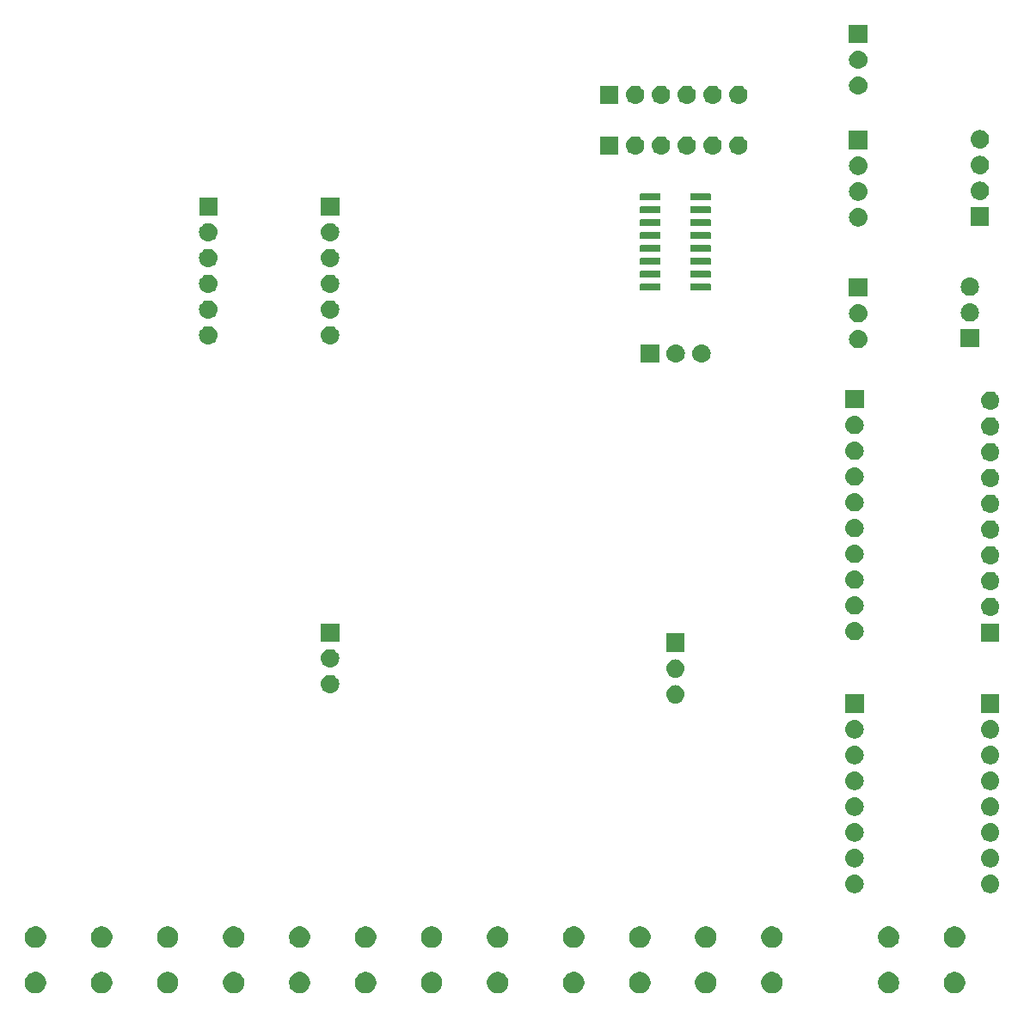
<source format=gbs>
G04 #@! TF.GenerationSoftware,KiCad,Pcbnew,(5.1.2)-1*
G04 #@! TF.CreationDate,2019-06-28T17:44:25+01:00*
G04 #@! TF.ProjectId,Clock_7_Segment,436c6f63-6b5f-4375-9f53-65676d656e74,rev?*
G04 #@! TF.SameCoordinates,Original*
G04 #@! TF.FileFunction,Soldermask,Bot*
G04 #@! TF.FilePolarity,Negative*
%FSLAX46Y46*%
G04 Gerber Fmt 4.6, Leading zero omitted, Abs format (unit mm)*
G04 Created by KiCad (PCBNEW (5.1.2)-1) date 2019-06-28 17:44:25*
%MOMM*%
%LPD*%
G04 APERTURE LIST*
%ADD10C,0.100000*%
G04 APERTURE END LIST*
D10*
G36*
X116306564Y-171489389D02*
G01*
X116497833Y-171568615D01*
X116497835Y-171568616D01*
X116669973Y-171683635D01*
X116816365Y-171830027D01*
X116931385Y-172002167D01*
X117010611Y-172193436D01*
X117051000Y-172396484D01*
X117051000Y-172603516D01*
X117010611Y-172806564D01*
X116931385Y-172997833D01*
X116931384Y-172997835D01*
X116816365Y-173169973D01*
X116669973Y-173316365D01*
X116497835Y-173431384D01*
X116497834Y-173431385D01*
X116497833Y-173431385D01*
X116306564Y-173510611D01*
X116103516Y-173551000D01*
X115896484Y-173551000D01*
X115693436Y-173510611D01*
X115502167Y-173431385D01*
X115502166Y-173431385D01*
X115502165Y-173431384D01*
X115330027Y-173316365D01*
X115183635Y-173169973D01*
X115068616Y-172997835D01*
X115068615Y-172997833D01*
X114989389Y-172806564D01*
X114949000Y-172603516D01*
X114949000Y-172396484D01*
X114989389Y-172193436D01*
X115068615Y-172002167D01*
X115183635Y-171830027D01*
X115330027Y-171683635D01*
X115502165Y-171568616D01*
X115502167Y-171568615D01*
X115693436Y-171489389D01*
X115896484Y-171449000D01*
X116103516Y-171449000D01*
X116306564Y-171489389D01*
X116306564Y-171489389D01*
G37*
G36*
X200306564Y-171489389D02*
G01*
X200497833Y-171568615D01*
X200497835Y-171568616D01*
X200669973Y-171683635D01*
X200816365Y-171830027D01*
X200931385Y-172002167D01*
X201010611Y-172193436D01*
X201051000Y-172396484D01*
X201051000Y-172603516D01*
X201010611Y-172806564D01*
X200931385Y-172997833D01*
X200931384Y-172997835D01*
X200816365Y-173169973D01*
X200669973Y-173316365D01*
X200497835Y-173431384D01*
X200497834Y-173431385D01*
X200497833Y-173431385D01*
X200306564Y-173510611D01*
X200103516Y-173551000D01*
X199896484Y-173551000D01*
X199693436Y-173510611D01*
X199502167Y-173431385D01*
X199502166Y-173431385D01*
X199502165Y-173431384D01*
X199330027Y-173316365D01*
X199183635Y-173169973D01*
X199068616Y-172997835D01*
X199068615Y-172997833D01*
X198989389Y-172806564D01*
X198949000Y-172603516D01*
X198949000Y-172396484D01*
X198989389Y-172193436D01*
X199068615Y-172002167D01*
X199183635Y-171830027D01*
X199330027Y-171683635D01*
X199502165Y-171568616D01*
X199502167Y-171568615D01*
X199693436Y-171489389D01*
X199896484Y-171449000D01*
X200103516Y-171449000D01*
X200306564Y-171489389D01*
X200306564Y-171489389D01*
G37*
G36*
X206806564Y-171489389D02*
G01*
X206997833Y-171568615D01*
X206997835Y-171568616D01*
X207169973Y-171683635D01*
X207316365Y-171830027D01*
X207431385Y-172002167D01*
X207510611Y-172193436D01*
X207551000Y-172396484D01*
X207551000Y-172603516D01*
X207510611Y-172806564D01*
X207431385Y-172997833D01*
X207431384Y-172997835D01*
X207316365Y-173169973D01*
X207169973Y-173316365D01*
X206997835Y-173431384D01*
X206997834Y-173431385D01*
X206997833Y-173431385D01*
X206806564Y-173510611D01*
X206603516Y-173551000D01*
X206396484Y-173551000D01*
X206193436Y-173510611D01*
X206002167Y-173431385D01*
X206002166Y-173431385D01*
X206002165Y-173431384D01*
X205830027Y-173316365D01*
X205683635Y-173169973D01*
X205568616Y-172997835D01*
X205568615Y-172997833D01*
X205489389Y-172806564D01*
X205449000Y-172603516D01*
X205449000Y-172396484D01*
X205489389Y-172193436D01*
X205568615Y-172002167D01*
X205683635Y-171830027D01*
X205830027Y-171683635D01*
X206002165Y-171568616D01*
X206002167Y-171568615D01*
X206193436Y-171489389D01*
X206396484Y-171449000D01*
X206603516Y-171449000D01*
X206806564Y-171489389D01*
X206806564Y-171489389D01*
G37*
G36*
X188806564Y-171489389D02*
G01*
X188997833Y-171568615D01*
X188997835Y-171568616D01*
X189169973Y-171683635D01*
X189316365Y-171830027D01*
X189431385Y-172002167D01*
X189510611Y-172193436D01*
X189551000Y-172396484D01*
X189551000Y-172603516D01*
X189510611Y-172806564D01*
X189431385Y-172997833D01*
X189431384Y-172997835D01*
X189316365Y-173169973D01*
X189169973Y-173316365D01*
X188997835Y-173431384D01*
X188997834Y-173431385D01*
X188997833Y-173431385D01*
X188806564Y-173510611D01*
X188603516Y-173551000D01*
X188396484Y-173551000D01*
X188193436Y-173510611D01*
X188002167Y-173431385D01*
X188002166Y-173431385D01*
X188002165Y-173431384D01*
X187830027Y-173316365D01*
X187683635Y-173169973D01*
X187568616Y-172997835D01*
X187568615Y-172997833D01*
X187489389Y-172806564D01*
X187449000Y-172603516D01*
X187449000Y-172396484D01*
X187489389Y-172193436D01*
X187568615Y-172002167D01*
X187683635Y-171830027D01*
X187830027Y-171683635D01*
X188002165Y-171568616D01*
X188002167Y-171568615D01*
X188193436Y-171489389D01*
X188396484Y-171449000D01*
X188603516Y-171449000D01*
X188806564Y-171489389D01*
X188806564Y-171489389D01*
G37*
G36*
X182306564Y-171489389D02*
G01*
X182497833Y-171568615D01*
X182497835Y-171568616D01*
X182669973Y-171683635D01*
X182816365Y-171830027D01*
X182931385Y-172002167D01*
X183010611Y-172193436D01*
X183051000Y-172396484D01*
X183051000Y-172603516D01*
X183010611Y-172806564D01*
X182931385Y-172997833D01*
X182931384Y-172997835D01*
X182816365Y-173169973D01*
X182669973Y-173316365D01*
X182497835Y-173431384D01*
X182497834Y-173431385D01*
X182497833Y-173431385D01*
X182306564Y-173510611D01*
X182103516Y-173551000D01*
X181896484Y-173551000D01*
X181693436Y-173510611D01*
X181502167Y-173431385D01*
X181502166Y-173431385D01*
X181502165Y-173431384D01*
X181330027Y-173316365D01*
X181183635Y-173169973D01*
X181068616Y-172997835D01*
X181068615Y-172997833D01*
X180989389Y-172806564D01*
X180949000Y-172603516D01*
X180949000Y-172396484D01*
X180989389Y-172193436D01*
X181068615Y-172002167D01*
X181183635Y-171830027D01*
X181330027Y-171683635D01*
X181502165Y-171568616D01*
X181502167Y-171568615D01*
X181693436Y-171489389D01*
X181896484Y-171449000D01*
X182103516Y-171449000D01*
X182306564Y-171489389D01*
X182306564Y-171489389D01*
G37*
G36*
X175806564Y-171489389D02*
G01*
X175997833Y-171568615D01*
X175997835Y-171568616D01*
X176169973Y-171683635D01*
X176316365Y-171830027D01*
X176431385Y-172002167D01*
X176510611Y-172193436D01*
X176551000Y-172396484D01*
X176551000Y-172603516D01*
X176510611Y-172806564D01*
X176431385Y-172997833D01*
X176431384Y-172997835D01*
X176316365Y-173169973D01*
X176169973Y-173316365D01*
X175997835Y-173431384D01*
X175997834Y-173431385D01*
X175997833Y-173431385D01*
X175806564Y-173510611D01*
X175603516Y-173551000D01*
X175396484Y-173551000D01*
X175193436Y-173510611D01*
X175002167Y-173431385D01*
X175002166Y-173431385D01*
X175002165Y-173431384D01*
X174830027Y-173316365D01*
X174683635Y-173169973D01*
X174568616Y-172997835D01*
X174568615Y-172997833D01*
X174489389Y-172806564D01*
X174449000Y-172603516D01*
X174449000Y-172396484D01*
X174489389Y-172193436D01*
X174568615Y-172002167D01*
X174683635Y-171830027D01*
X174830027Y-171683635D01*
X175002165Y-171568616D01*
X175002167Y-171568615D01*
X175193436Y-171489389D01*
X175396484Y-171449000D01*
X175603516Y-171449000D01*
X175806564Y-171489389D01*
X175806564Y-171489389D01*
G37*
G36*
X169306564Y-171489389D02*
G01*
X169497833Y-171568615D01*
X169497835Y-171568616D01*
X169669973Y-171683635D01*
X169816365Y-171830027D01*
X169931385Y-172002167D01*
X170010611Y-172193436D01*
X170051000Y-172396484D01*
X170051000Y-172603516D01*
X170010611Y-172806564D01*
X169931385Y-172997833D01*
X169931384Y-172997835D01*
X169816365Y-173169973D01*
X169669973Y-173316365D01*
X169497835Y-173431384D01*
X169497834Y-173431385D01*
X169497833Y-173431385D01*
X169306564Y-173510611D01*
X169103516Y-173551000D01*
X168896484Y-173551000D01*
X168693436Y-173510611D01*
X168502167Y-173431385D01*
X168502166Y-173431385D01*
X168502165Y-173431384D01*
X168330027Y-173316365D01*
X168183635Y-173169973D01*
X168068616Y-172997835D01*
X168068615Y-172997833D01*
X167989389Y-172806564D01*
X167949000Y-172603516D01*
X167949000Y-172396484D01*
X167989389Y-172193436D01*
X168068615Y-172002167D01*
X168183635Y-171830027D01*
X168330027Y-171683635D01*
X168502165Y-171568616D01*
X168502167Y-171568615D01*
X168693436Y-171489389D01*
X168896484Y-171449000D01*
X169103516Y-171449000D01*
X169306564Y-171489389D01*
X169306564Y-171489389D01*
G37*
G36*
X161806564Y-171489389D02*
G01*
X161997833Y-171568615D01*
X161997835Y-171568616D01*
X162169973Y-171683635D01*
X162316365Y-171830027D01*
X162431385Y-172002167D01*
X162510611Y-172193436D01*
X162551000Y-172396484D01*
X162551000Y-172603516D01*
X162510611Y-172806564D01*
X162431385Y-172997833D01*
X162431384Y-172997835D01*
X162316365Y-173169973D01*
X162169973Y-173316365D01*
X161997835Y-173431384D01*
X161997834Y-173431385D01*
X161997833Y-173431385D01*
X161806564Y-173510611D01*
X161603516Y-173551000D01*
X161396484Y-173551000D01*
X161193436Y-173510611D01*
X161002167Y-173431385D01*
X161002166Y-173431385D01*
X161002165Y-173431384D01*
X160830027Y-173316365D01*
X160683635Y-173169973D01*
X160568616Y-172997835D01*
X160568615Y-172997833D01*
X160489389Y-172806564D01*
X160449000Y-172603516D01*
X160449000Y-172396484D01*
X160489389Y-172193436D01*
X160568615Y-172002167D01*
X160683635Y-171830027D01*
X160830027Y-171683635D01*
X161002165Y-171568616D01*
X161002167Y-171568615D01*
X161193436Y-171489389D01*
X161396484Y-171449000D01*
X161603516Y-171449000D01*
X161806564Y-171489389D01*
X161806564Y-171489389D01*
G37*
G36*
X148806564Y-171489389D02*
G01*
X148997833Y-171568615D01*
X148997835Y-171568616D01*
X149169973Y-171683635D01*
X149316365Y-171830027D01*
X149431385Y-172002167D01*
X149510611Y-172193436D01*
X149551000Y-172396484D01*
X149551000Y-172603516D01*
X149510611Y-172806564D01*
X149431385Y-172997833D01*
X149431384Y-172997835D01*
X149316365Y-173169973D01*
X149169973Y-173316365D01*
X148997835Y-173431384D01*
X148997834Y-173431385D01*
X148997833Y-173431385D01*
X148806564Y-173510611D01*
X148603516Y-173551000D01*
X148396484Y-173551000D01*
X148193436Y-173510611D01*
X148002167Y-173431385D01*
X148002166Y-173431385D01*
X148002165Y-173431384D01*
X147830027Y-173316365D01*
X147683635Y-173169973D01*
X147568616Y-172997835D01*
X147568615Y-172997833D01*
X147489389Y-172806564D01*
X147449000Y-172603516D01*
X147449000Y-172396484D01*
X147489389Y-172193436D01*
X147568615Y-172002167D01*
X147683635Y-171830027D01*
X147830027Y-171683635D01*
X148002165Y-171568616D01*
X148002167Y-171568615D01*
X148193436Y-171489389D01*
X148396484Y-171449000D01*
X148603516Y-171449000D01*
X148806564Y-171489389D01*
X148806564Y-171489389D01*
G37*
G36*
X155306564Y-171489389D02*
G01*
X155497833Y-171568615D01*
X155497835Y-171568616D01*
X155669973Y-171683635D01*
X155816365Y-171830027D01*
X155931385Y-172002167D01*
X156010611Y-172193436D01*
X156051000Y-172396484D01*
X156051000Y-172603516D01*
X156010611Y-172806564D01*
X155931385Y-172997833D01*
X155931384Y-172997835D01*
X155816365Y-173169973D01*
X155669973Y-173316365D01*
X155497835Y-173431384D01*
X155497834Y-173431385D01*
X155497833Y-173431385D01*
X155306564Y-173510611D01*
X155103516Y-173551000D01*
X154896484Y-173551000D01*
X154693436Y-173510611D01*
X154502167Y-173431385D01*
X154502166Y-173431385D01*
X154502165Y-173431384D01*
X154330027Y-173316365D01*
X154183635Y-173169973D01*
X154068616Y-172997835D01*
X154068615Y-172997833D01*
X153989389Y-172806564D01*
X153949000Y-172603516D01*
X153949000Y-172396484D01*
X153989389Y-172193436D01*
X154068615Y-172002167D01*
X154183635Y-171830027D01*
X154330027Y-171683635D01*
X154502165Y-171568616D01*
X154502167Y-171568615D01*
X154693436Y-171489389D01*
X154896484Y-171449000D01*
X155103516Y-171449000D01*
X155306564Y-171489389D01*
X155306564Y-171489389D01*
G37*
G36*
X122806564Y-171489389D02*
G01*
X122997833Y-171568615D01*
X122997835Y-171568616D01*
X123169973Y-171683635D01*
X123316365Y-171830027D01*
X123431385Y-172002167D01*
X123510611Y-172193436D01*
X123551000Y-172396484D01*
X123551000Y-172603516D01*
X123510611Y-172806564D01*
X123431385Y-172997833D01*
X123431384Y-172997835D01*
X123316365Y-173169973D01*
X123169973Y-173316365D01*
X122997835Y-173431384D01*
X122997834Y-173431385D01*
X122997833Y-173431385D01*
X122806564Y-173510611D01*
X122603516Y-173551000D01*
X122396484Y-173551000D01*
X122193436Y-173510611D01*
X122002167Y-173431385D01*
X122002166Y-173431385D01*
X122002165Y-173431384D01*
X121830027Y-173316365D01*
X121683635Y-173169973D01*
X121568616Y-172997835D01*
X121568615Y-172997833D01*
X121489389Y-172806564D01*
X121449000Y-172603516D01*
X121449000Y-172396484D01*
X121489389Y-172193436D01*
X121568615Y-172002167D01*
X121683635Y-171830027D01*
X121830027Y-171683635D01*
X122002165Y-171568616D01*
X122002167Y-171568615D01*
X122193436Y-171489389D01*
X122396484Y-171449000D01*
X122603516Y-171449000D01*
X122806564Y-171489389D01*
X122806564Y-171489389D01*
G37*
G36*
X129306564Y-171489389D02*
G01*
X129497833Y-171568615D01*
X129497835Y-171568616D01*
X129669973Y-171683635D01*
X129816365Y-171830027D01*
X129931385Y-172002167D01*
X130010611Y-172193436D01*
X130051000Y-172396484D01*
X130051000Y-172603516D01*
X130010611Y-172806564D01*
X129931385Y-172997833D01*
X129931384Y-172997835D01*
X129816365Y-173169973D01*
X129669973Y-173316365D01*
X129497835Y-173431384D01*
X129497834Y-173431385D01*
X129497833Y-173431385D01*
X129306564Y-173510611D01*
X129103516Y-173551000D01*
X128896484Y-173551000D01*
X128693436Y-173510611D01*
X128502167Y-173431385D01*
X128502166Y-173431385D01*
X128502165Y-173431384D01*
X128330027Y-173316365D01*
X128183635Y-173169973D01*
X128068616Y-172997835D01*
X128068615Y-172997833D01*
X127989389Y-172806564D01*
X127949000Y-172603516D01*
X127949000Y-172396484D01*
X127989389Y-172193436D01*
X128068615Y-172002167D01*
X128183635Y-171830027D01*
X128330027Y-171683635D01*
X128502165Y-171568616D01*
X128502167Y-171568615D01*
X128693436Y-171489389D01*
X128896484Y-171449000D01*
X129103516Y-171449000D01*
X129306564Y-171489389D01*
X129306564Y-171489389D01*
G37*
G36*
X142306564Y-171489389D02*
G01*
X142497833Y-171568615D01*
X142497835Y-171568616D01*
X142669973Y-171683635D01*
X142816365Y-171830027D01*
X142931385Y-172002167D01*
X143010611Y-172193436D01*
X143051000Y-172396484D01*
X143051000Y-172603516D01*
X143010611Y-172806564D01*
X142931385Y-172997833D01*
X142931384Y-172997835D01*
X142816365Y-173169973D01*
X142669973Y-173316365D01*
X142497835Y-173431384D01*
X142497834Y-173431385D01*
X142497833Y-173431385D01*
X142306564Y-173510611D01*
X142103516Y-173551000D01*
X141896484Y-173551000D01*
X141693436Y-173510611D01*
X141502167Y-173431385D01*
X141502166Y-173431385D01*
X141502165Y-173431384D01*
X141330027Y-173316365D01*
X141183635Y-173169973D01*
X141068616Y-172997835D01*
X141068615Y-172997833D01*
X140989389Y-172806564D01*
X140949000Y-172603516D01*
X140949000Y-172396484D01*
X140989389Y-172193436D01*
X141068615Y-172002167D01*
X141183635Y-171830027D01*
X141330027Y-171683635D01*
X141502165Y-171568616D01*
X141502167Y-171568615D01*
X141693436Y-171489389D01*
X141896484Y-171449000D01*
X142103516Y-171449000D01*
X142306564Y-171489389D01*
X142306564Y-171489389D01*
G37*
G36*
X135806564Y-171489389D02*
G01*
X135997833Y-171568615D01*
X135997835Y-171568616D01*
X136169973Y-171683635D01*
X136316365Y-171830027D01*
X136431385Y-172002167D01*
X136510611Y-172193436D01*
X136551000Y-172396484D01*
X136551000Y-172603516D01*
X136510611Y-172806564D01*
X136431385Y-172997833D01*
X136431384Y-172997835D01*
X136316365Y-173169973D01*
X136169973Y-173316365D01*
X135997835Y-173431384D01*
X135997834Y-173431385D01*
X135997833Y-173431385D01*
X135806564Y-173510611D01*
X135603516Y-173551000D01*
X135396484Y-173551000D01*
X135193436Y-173510611D01*
X135002167Y-173431385D01*
X135002166Y-173431385D01*
X135002165Y-173431384D01*
X134830027Y-173316365D01*
X134683635Y-173169973D01*
X134568616Y-172997835D01*
X134568615Y-172997833D01*
X134489389Y-172806564D01*
X134449000Y-172603516D01*
X134449000Y-172396484D01*
X134489389Y-172193436D01*
X134568615Y-172002167D01*
X134683635Y-171830027D01*
X134830027Y-171683635D01*
X135002165Y-171568616D01*
X135002167Y-171568615D01*
X135193436Y-171489389D01*
X135396484Y-171449000D01*
X135603516Y-171449000D01*
X135806564Y-171489389D01*
X135806564Y-171489389D01*
G37*
G36*
X135806564Y-166989389D02*
G01*
X135997833Y-167068615D01*
X135997835Y-167068616D01*
X136169973Y-167183635D01*
X136316365Y-167330027D01*
X136431385Y-167502167D01*
X136510611Y-167693436D01*
X136551000Y-167896484D01*
X136551000Y-168103516D01*
X136510611Y-168306564D01*
X136431385Y-168497833D01*
X136431384Y-168497835D01*
X136316365Y-168669973D01*
X136169973Y-168816365D01*
X135997835Y-168931384D01*
X135997834Y-168931385D01*
X135997833Y-168931385D01*
X135806564Y-169010611D01*
X135603516Y-169051000D01*
X135396484Y-169051000D01*
X135193436Y-169010611D01*
X135002167Y-168931385D01*
X135002166Y-168931385D01*
X135002165Y-168931384D01*
X134830027Y-168816365D01*
X134683635Y-168669973D01*
X134568616Y-168497835D01*
X134568615Y-168497833D01*
X134489389Y-168306564D01*
X134449000Y-168103516D01*
X134449000Y-167896484D01*
X134489389Y-167693436D01*
X134568615Y-167502167D01*
X134683635Y-167330027D01*
X134830027Y-167183635D01*
X135002165Y-167068616D01*
X135002167Y-167068615D01*
X135193436Y-166989389D01*
X135396484Y-166949000D01*
X135603516Y-166949000D01*
X135806564Y-166989389D01*
X135806564Y-166989389D01*
G37*
G36*
X116306564Y-166989389D02*
G01*
X116497833Y-167068615D01*
X116497835Y-167068616D01*
X116669973Y-167183635D01*
X116816365Y-167330027D01*
X116931385Y-167502167D01*
X117010611Y-167693436D01*
X117051000Y-167896484D01*
X117051000Y-168103516D01*
X117010611Y-168306564D01*
X116931385Y-168497833D01*
X116931384Y-168497835D01*
X116816365Y-168669973D01*
X116669973Y-168816365D01*
X116497835Y-168931384D01*
X116497834Y-168931385D01*
X116497833Y-168931385D01*
X116306564Y-169010611D01*
X116103516Y-169051000D01*
X115896484Y-169051000D01*
X115693436Y-169010611D01*
X115502167Y-168931385D01*
X115502166Y-168931385D01*
X115502165Y-168931384D01*
X115330027Y-168816365D01*
X115183635Y-168669973D01*
X115068616Y-168497835D01*
X115068615Y-168497833D01*
X114989389Y-168306564D01*
X114949000Y-168103516D01*
X114949000Y-167896484D01*
X114989389Y-167693436D01*
X115068615Y-167502167D01*
X115183635Y-167330027D01*
X115330027Y-167183635D01*
X115502165Y-167068616D01*
X115502167Y-167068615D01*
X115693436Y-166989389D01*
X115896484Y-166949000D01*
X116103516Y-166949000D01*
X116306564Y-166989389D01*
X116306564Y-166989389D01*
G37*
G36*
X122806564Y-166989389D02*
G01*
X122997833Y-167068615D01*
X122997835Y-167068616D01*
X123169973Y-167183635D01*
X123316365Y-167330027D01*
X123431385Y-167502167D01*
X123510611Y-167693436D01*
X123551000Y-167896484D01*
X123551000Y-168103516D01*
X123510611Y-168306564D01*
X123431385Y-168497833D01*
X123431384Y-168497835D01*
X123316365Y-168669973D01*
X123169973Y-168816365D01*
X122997835Y-168931384D01*
X122997834Y-168931385D01*
X122997833Y-168931385D01*
X122806564Y-169010611D01*
X122603516Y-169051000D01*
X122396484Y-169051000D01*
X122193436Y-169010611D01*
X122002167Y-168931385D01*
X122002166Y-168931385D01*
X122002165Y-168931384D01*
X121830027Y-168816365D01*
X121683635Y-168669973D01*
X121568616Y-168497835D01*
X121568615Y-168497833D01*
X121489389Y-168306564D01*
X121449000Y-168103516D01*
X121449000Y-167896484D01*
X121489389Y-167693436D01*
X121568615Y-167502167D01*
X121683635Y-167330027D01*
X121830027Y-167183635D01*
X122002165Y-167068616D01*
X122002167Y-167068615D01*
X122193436Y-166989389D01*
X122396484Y-166949000D01*
X122603516Y-166949000D01*
X122806564Y-166989389D01*
X122806564Y-166989389D01*
G37*
G36*
X129306564Y-166989389D02*
G01*
X129497833Y-167068615D01*
X129497835Y-167068616D01*
X129669973Y-167183635D01*
X129816365Y-167330027D01*
X129931385Y-167502167D01*
X130010611Y-167693436D01*
X130051000Y-167896484D01*
X130051000Y-168103516D01*
X130010611Y-168306564D01*
X129931385Y-168497833D01*
X129931384Y-168497835D01*
X129816365Y-168669973D01*
X129669973Y-168816365D01*
X129497835Y-168931384D01*
X129497834Y-168931385D01*
X129497833Y-168931385D01*
X129306564Y-169010611D01*
X129103516Y-169051000D01*
X128896484Y-169051000D01*
X128693436Y-169010611D01*
X128502167Y-168931385D01*
X128502166Y-168931385D01*
X128502165Y-168931384D01*
X128330027Y-168816365D01*
X128183635Y-168669973D01*
X128068616Y-168497835D01*
X128068615Y-168497833D01*
X127989389Y-168306564D01*
X127949000Y-168103516D01*
X127949000Y-167896484D01*
X127989389Y-167693436D01*
X128068615Y-167502167D01*
X128183635Y-167330027D01*
X128330027Y-167183635D01*
X128502165Y-167068616D01*
X128502167Y-167068615D01*
X128693436Y-166989389D01*
X128896484Y-166949000D01*
X129103516Y-166949000D01*
X129306564Y-166989389D01*
X129306564Y-166989389D01*
G37*
G36*
X142306564Y-166989389D02*
G01*
X142497833Y-167068615D01*
X142497835Y-167068616D01*
X142669973Y-167183635D01*
X142816365Y-167330027D01*
X142931385Y-167502167D01*
X143010611Y-167693436D01*
X143051000Y-167896484D01*
X143051000Y-168103516D01*
X143010611Y-168306564D01*
X142931385Y-168497833D01*
X142931384Y-168497835D01*
X142816365Y-168669973D01*
X142669973Y-168816365D01*
X142497835Y-168931384D01*
X142497834Y-168931385D01*
X142497833Y-168931385D01*
X142306564Y-169010611D01*
X142103516Y-169051000D01*
X141896484Y-169051000D01*
X141693436Y-169010611D01*
X141502167Y-168931385D01*
X141502166Y-168931385D01*
X141502165Y-168931384D01*
X141330027Y-168816365D01*
X141183635Y-168669973D01*
X141068616Y-168497835D01*
X141068615Y-168497833D01*
X140989389Y-168306564D01*
X140949000Y-168103516D01*
X140949000Y-167896484D01*
X140989389Y-167693436D01*
X141068615Y-167502167D01*
X141183635Y-167330027D01*
X141330027Y-167183635D01*
X141502165Y-167068616D01*
X141502167Y-167068615D01*
X141693436Y-166989389D01*
X141896484Y-166949000D01*
X142103516Y-166949000D01*
X142306564Y-166989389D01*
X142306564Y-166989389D01*
G37*
G36*
X148806564Y-166989389D02*
G01*
X148997833Y-167068615D01*
X148997835Y-167068616D01*
X149169973Y-167183635D01*
X149316365Y-167330027D01*
X149431385Y-167502167D01*
X149510611Y-167693436D01*
X149551000Y-167896484D01*
X149551000Y-168103516D01*
X149510611Y-168306564D01*
X149431385Y-168497833D01*
X149431384Y-168497835D01*
X149316365Y-168669973D01*
X149169973Y-168816365D01*
X148997835Y-168931384D01*
X148997834Y-168931385D01*
X148997833Y-168931385D01*
X148806564Y-169010611D01*
X148603516Y-169051000D01*
X148396484Y-169051000D01*
X148193436Y-169010611D01*
X148002167Y-168931385D01*
X148002166Y-168931385D01*
X148002165Y-168931384D01*
X147830027Y-168816365D01*
X147683635Y-168669973D01*
X147568616Y-168497835D01*
X147568615Y-168497833D01*
X147489389Y-168306564D01*
X147449000Y-168103516D01*
X147449000Y-167896484D01*
X147489389Y-167693436D01*
X147568615Y-167502167D01*
X147683635Y-167330027D01*
X147830027Y-167183635D01*
X148002165Y-167068616D01*
X148002167Y-167068615D01*
X148193436Y-166989389D01*
X148396484Y-166949000D01*
X148603516Y-166949000D01*
X148806564Y-166989389D01*
X148806564Y-166989389D01*
G37*
G36*
X155306564Y-166989389D02*
G01*
X155497833Y-167068615D01*
X155497835Y-167068616D01*
X155669973Y-167183635D01*
X155816365Y-167330027D01*
X155931385Y-167502167D01*
X156010611Y-167693436D01*
X156051000Y-167896484D01*
X156051000Y-168103516D01*
X156010611Y-168306564D01*
X155931385Y-168497833D01*
X155931384Y-168497835D01*
X155816365Y-168669973D01*
X155669973Y-168816365D01*
X155497835Y-168931384D01*
X155497834Y-168931385D01*
X155497833Y-168931385D01*
X155306564Y-169010611D01*
X155103516Y-169051000D01*
X154896484Y-169051000D01*
X154693436Y-169010611D01*
X154502167Y-168931385D01*
X154502166Y-168931385D01*
X154502165Y-168931384D01*
X154330027Y-168816365D01*
X154183635Y-168669973D01*
X154068616Y-168497835D01*
X154068615Y-168497833D01*
X153989389Y-168306564D01*
X153949000Y-168103516D01*
X153949000Y-167896484D01*
X153989389Y-167693436D01*
X154068615Y-167502167D01*
X154183635Y-167330027D01*
X154330027Y-167183635D01*
X154502165Y-167068616D01*
X154502167Y-167068615D01*
X154693436Y-166989389D01*
X154896484Y-166949000D01*
X155103516Y-166949000D01*
X155306564Y-166989389D01*
X155306564Y-166989389D01*
G37*
G36*
X161806564Y-166989389D02*
G01*
X161997833Y-167068615D01*
X161997835Y-167068616D01*
X162169973Y-167183635D01*
X162316365Y-167330027D01*
X162431385Y-167502167D01*
X162510611Y-167693436D01*
X162551000Y-167896484D01*
X162551000Y-168103516D01*
X162510611Y-168306564D01*
X162431385Y-168497833D01*
X162431384Y-168497835D01*
X162316365Y-168669973D01*
X162169973Y-168816365D01*
X161997835Y-168931384D01*
X161997834Y-168931385D01*
X161997833Y-168931385D01*
X161806564Y-169010611D01*
X161603516Y-169051000D01*
X161396484Y-169051000D01*
X161193436Y-169010611D01*
X161002167Y-168931385D01*
X161002166Y-168931385D01*
X161002165Y-168931384D01*
X160830027Y-168816365D01*
X160683635Y-168669973D01*
X160568616Y-168497835D01*
X160568615Y-168497833D01*
X160489389Y-168306564D01*
X160449000Y-168103516D01*
X160449000Y-167896484D01*
X160489389Y-167693436D01*
X160568615Y-167502167D01*
X160683635Y-167330027D01*
X160830027Y-167183635D01*
X161002165Y-167068616D01*
X161002167Y-167068615D01*
X161193436Y-166989389D01*
X161396484Y-166949000D01*
X161603516Y-166949000D01*
X161806564Y-166989389D01*
X161806564Y-166989389D01*
G37*
G36*
X169306564Y-166989389D02*
G01*
X169497833Y-167068615D01*
X169497835Y-167068616D01*
X169669973Y-167183635D01*
X169816365Y-167330027D01*
X169931385Y-167502167D01*
X170010611Y-167693436D01*
X170051000Y-167896484D01*
X170051000Y-168103516D01*
X170010611Y-168306564D01*
X169931385Y-168497833D01*
X169931384Y-168497835D01*
X169816365Y-168669973D01*
X169669973Y-168816365D01*
X169497835Y-168931384D01*
X169497834Y-168931385D01*
X169497833Y-168931385D01*
X169306564Y-169010611D01*
X169103516Y-169051000D01*
X168896484Y-169051000D01*
X168693436Y-169010611D01*
X168502167Y-168931385D01*
X168502166Y-168931385D01*
X168502165Y-168931384D01*
X168330027Y-168816365D01*
X168183635Y-168669973D01*
X168068616Y-168497835D01*
X168068615Y-168497833D01*
X167989389Y-168306564D01*
X167949000Y-168103516D01*
X167949000Y-167896484D01*
X167989389Y-167693436D01*
X168068615Y-167502167D01*
X168183635Y-167330027D01*
X168330027Y-167183635D01*
X168502165Y-167068616D01*
X168502167Y-167068615D01*
X168693436Y-166989389D01*
X168896484Y-166949000D01*
X169103516Y-166949000D01*
X169306564Y-166989389D01*
X169306564Y-166989389D01*
G37*
G36*
X175806564Y-166989389D02*
G01*
X175997833Y-167068615D01*
X175997835Y-167068616D01*
X176169973Y-167183635D01*
X176316365Y-167330027D01*
X176431385Y-167502167D01*
X176510611Y-167693436D01*
X176551000Y-167896484D01*
X176551000Y-168103516D01*
X176510611Y-168306564D01*
X176431385Y-168497833D01*
X176431384Y-168497835D01*
X176316365Y-168669973D01*
X176169973Y-168816365D01*
X175997835Y-168931384D01*
X175997834Y-168931385D01*
X175997833Y-168931385D01*
X175806564Y-169010611D01*
X175603516Y-169051000D01*
X175396484Y-169051000D01*
X175193436Y-169010611D01*
X175002167Y-168931385D01*
X175002166Y-168931385D01*
X175002165Y-168931384D01*
X174830027Y-168816365D01*
X174683635Y-168669973D01*
X174568616Y-168497835D01*
X174568615Y-168497833D01*
X174489389Y-168306564D01*
X174449000Y-168103516D01*
X174449000Y-167896484D01*
X174489389Y-167693436D01*
X174568615Y-167502167D01*
X174683635Y-167330027D01*
X174830027Y-167183635D01*
X175002165Y-167068616D01*
X175002167Y-167068615D01*
X175193436Y-166989389D01*
X175396484Y-166949000D01*
X175603516Y-166949000D01*
X175806564Y-166989389D01*
X175806564Y-166989389D01*
G37*
G36*
X200306564Y-166989389D02*
G01*
X200497833Y-167068615D01*
X200497835Y-167068616D01*
X200669973Y-167183635D01*
X200816365Y-167330027D01*
X200931385Y-167502167D01*
X201010611Y-167693436D01*
X201051000Y-167896484D01*
X201051000Y-168103516D01*
X201010611Y-168306564D01*
X200931385Y-168497833D01*
X200931384Y-168497835D01*
X200816365Y-168669973D01*
X200669973Y-168816365D01*
X200497835Y-168931384D01*
X200497834Y-168931385D01*
X200497833Y-168931385D01*
X200306564Y-169010611D01*
X200103516Y-169051000D01*
X199896484Y-169051000D01*
X199693436Y-169010611D01*
X199502167Y-168931385D01*
X199502166Y-168931385D01*
X199502165Y-168931384D01*
X199330027Y-168816365D01*
X199183635Y-168669973D01*
X199068616Y-168497835D01*
X199068615Y-168497833D01*
X198989389Y-168306564D01*
X198949000Y-168103516D01*
X198949000Y-167896484D01*
X198989389Y-167693436D01*
X199068615Y-167502167D01*
X199183635Y-167330027D01*
X199330027Y-167183635D01*
X199502165Y-167068616D01*
X199502167Y-167068615D01*
X199693436Y-166989389D01*
X199896484Y-166949000D01*
X200103516Y-166949000D01*
X200306564Y-166989389D01*
X200306564Y-166989389D01*
G37*
G36*
X182306564Y-166989389D02*
G01*
X182497833Y-167068615D01*
X182497835Y-167068616D01*
X182669973Y-167183635D01*
X182816365Y-167330027D01*
X182931385Y-167502167D01*
X183010611Y-167693436D01*
X183051000Y-167896484D01*
X183051000Y-168103516D01*
X183010611Y-168306564D01*
X182931385Y-168497833D01*
X182931384Y-168497835D01*
X182816365Y-168669973D01*
X182669973Y-168816365D01*
X182497835Y-168931384D01*
X182497834Y-168931385D01*
X182497833Y-168931385D01*
X182306564Y-169010611D01*
X182103516Y-169051000D01*
X181896484Y-169051000D01*
X181693436Y-169010611D01*
X181502167Y-168931385D01*
X181502166Y-168931385D01*
X181502165Y-168931384D01*
X181330027Y-168816365D01*
X181183635Y-168669973D01*
X181068616Y-168497835D01*
X181068615Y-168497833D01*
X180989389Y-168306564D01*
X180949000Y-168103516D01*
X180949000Y-167896484D01*
X180989389Y-167693436D01*
X181068615Y-167502167D01*
X181183635Y-167330027D01*
X181330027Y-167183635D01*
X181502165Y-167068616D01*
X181502167Y-167068615D01*
X181693436Y-166989389D01*
X181896484Y-166949000D01*
X182103516Y-166949000D01*
X182306564Y-166989389D01*
X182306564Y-166989389D01*
G37*
G36*
X188806564Y-166989389D02*
G01*
X188997833Y-167068615D01*
X188997835Y-167068616D01*
X189169973Y-167183635D01*
X189316365Y-167330027D01*
X189431385Y-167502167D01*
X189510611Y-167693436D01*
X189551000Y-167896484D01*
X189551000Y-168103516D01*
X189510611Y-168306564D01*
X189431385Y-168497833D01*
X189431384Y-168497835D01*
X189316365Y-168669973D01*
X189169973Y-168816365D01*
X188997835Y-168931384D01*
X188997834Y-168931385D01*
X188997833Y-168931385D01*
X188806564Y-169010611D01*
X188603516Y-169051000D01*
X188396484Y-169051000D01*
X188193436Y-169010611D01*
X188002167Y-168931385D01*
X188002166Y-168931385D01*
X188002165Y-168931384D01*
X187830027Y-168816365D01*
X187683635Y-168669973D01*
X187568616Y-168497835D01*
X187568615Y-168497833D01*
X187489389Y-168306564D01*
X187449000Y-168103516D01*
X187449000Y-167896484D01*
X187489389Y-167693436D01*
X187568615Y-167502167D01*
X187683635Y-167330027D01*
X187830027Y-167183635D01*
X188002165Y-167068616D01*
X188002167Y-167068615D01*
X188193436Y-166989389D01*
X188396484Y-166949000D01*
X188603516Y-166949000D01*
X188806564Y-166989389D01*
X188806564Y-166989389D01*
G37*
G36*
X206806564Y-166989389D02*
G01*
X206997833Y-167068615D01*
X206997835Y-167068616D01*
X207169973Y-167183635D01*
X207316365Y-167330027D01*
X207431385Y-167502167D01*
X207510611Y-167693436D01*
X207551000Y-167896484D01*
X207551000Y-168103516D01*
X207510611Y-168306564D01*
X207431385Y-168497833D01*
X207431384Y-168497835D01*
X207316365Y-168669973D01*
X207169973Y-168816365D01*
X206997835Y-168931384D01*
X206997834Y-168931385D01*
X206997833Y-168931385D01*
X206806564Y-169010611D01*
X206603516Y-169051000D01*
X206396484Y-169051000D01*
X206193436Y-169010611D01*
X206002167Y-168931385D01*
X206002166Y-168931385D01*
X206002165Y-168931384D01*
X205830027Y-168816365D01*
X205683635Y-168669973D01*
X205568616Y-168497835D01*
X205568615Y-168497833D01*
X205489389Y-168306564D01*
X205449000Y-168103516D01*
X205449000Y-167896484D01*
X205489389Y-167693436D01*
X205568615Y-167502167D01*
X205683635Y-167330027D01*
X205830027Y-167183635D01*
X206002165Y-167068616D01*
X206002167Y-167068615D01*
X206193436Y-166989389D01*
X206396484Y-166949000D01*
X206603516Y-166949000D01*
X206806564Y-166989389D01*
X206806564Y-166989389D01*
G37*
G36*
X210110443Y-161885519D02*
G01*
X210176627Y-161892037D01*
X210346466Y-161943557D01*
X210502991Y-162027222D01*
X210538729Y-162056552D01*
X210640186Y-162139814D01*
X210723448Y-162241271D01*
X210752778Y-162277009D01*
X210836443Y-162433534D01*
X210887963Y-162603373D01*
X210905359Y-162780000D01*
X210887963Y-162956627D01*
X210836443Y-163126466D01*
X210752778Y-163282991D01*
X210723448Y-163318729D01*
X210640186Y-163420186D01*
X210538729Y-163503448D01*
X210502991Y-163532778D01*
X210346466Y-163616443D01*
X210176627Y-163667963D01*
X210110443Y-163674481D01*
X210044260Y-163681000D01*
X209955740Y-163681000D01*
X209889557Y-163674481D01*
X209823373Y-163667963D01*
X209653534Y-163616443D01*
X209497009Y-163532778D01*
X209461271Y-163503448D01*
X209359814Y-163420186D01*
X209276552Y-163318729D01*
X209247222Y-163282991D01*
X209163557Y-163126466D01*
X209112037Y-162956627D01*
X209094641Y-162780000D01*
X209112037Y-162603373D01*
X209163557Y-162433534D01*
X209247222Y-162277009D01*
X209276552Y-162241271D01*
X209359814Y-162139814D01*
X209461271Y-162056552D01*
X209497009Y-162027222D01*
X209653534Y-161943557D01*
X209823373Y-161892037D01*
X209889557Y-161885519D01*
X209955740Y-161879000D01*
X210044260Y-161879000D01*
X210110443Y-161885519D01*
X210110443Y-161885519D01*
G37*
G36*
X196760443Y-161885519D02*
G01*
X196826627Y-161892037D01*
X196996466Y-161943557D01*
X197152991Y-162027222D01*
X197188729Y-162056552D01*
X197290186Y-162139814D01*
X197373448Y-162241271D01*
X197402778Y-162277009D01*
X197486443Y-162433534D01*
X197537963Y-162603373D01*
X197555359Y-162780000D01*
X197537963Y-162956627D01*
X197486443Y-163126466D01*
X197402778Y-163282991D01*
X197373448Y-163318729D01*
X197290186Y-163420186D01*
X197188729Y-163503448D01*
X197152991Y-163532778D01*
X196996466Y-163616443D01*
X196826627Y-163667963D01*
X196760443Y-163674481D01*
X196694260Y-163681000D01*
X196605740Y-163681000D01*
X196539557Y-163674481D01*
X196473373Y-163667963D01*
X196303534Y-163616443D01*
X196147009Y-163532778D01*
X196111271Y-163503448D01*
X196009814Y-163420186D01*
X195926552Y-163318729D01*
X195897222Y-163282991D01*
X195813557Y-163126466D01*
X195762037Y-162956627D01*
X195744641Y-162780000D01*
X195762037Y-162603373D01*
X195813557Y-162433534D01*
X195897222Y-162277009D01*
X195926552Y-162241271D01*
X196009814Y-162139814D01*
X196111271Y-162056552D01*
X196147009Y-162027222D01*
X196303534Y-161943557D01*
X196473373Y-161892037D01*
X196539557Y-161885519D01*
X196605740Y-161879000D01*
X196694260Y-161879000D01*
X196760443Y-161885519D01*
X196760443Y-161885519D01*
G37*
G36*
X196760443Y-159345519D02*
G01*
X196826627Y-159352037D01*
X196996466Y-159403557D01*
X197152991Y-159487222D01*
X197188729Y-159516552D01*
X197290186Y-159599814D01*
X197373448Y-159701271D01*
X197402778Y-159737009D01*
X197486443Y-159893534D01*
X197537963Y-160063373D01*
X197555359Y-160240000D01*
X197537963Y-160416627D01*
X197486443Y-160586466D01*
X197402778Y-160742991D01*
X197373448Y-160778729D01*
X197290186Y-160880186D01*
X197188729Y-160963448D01*
X197152991Y-160992778D01*
X196996466Y-161076443D01*
X196826627Y-161127963D01*
X196760442Y-161134482D01*
X196694260Y-161141000D01*
X196605740Y-161141000D01*
X196539558Y-161134482D01*
X196473373Y-161127963D01*
X196303534Y-161076443D01*
X196147009Y-160992778D01*
X196111271Y-160963448D01*
X196009814Y-160880186D01*
X195926552Y-160778729D01*
X195897222Y-160742991D01*
X195813557Y-160586466D01*
X195762037Y-160416627D01*
X195744641Y-160240000D01*
X195762037Y-160063373D01*
X195813557Y-159893534D01*
X195897222Y-159737009D01*
X195926552Y-159701271D01*
X196009814Y-159599814D01*
X196111271Y-159516552D01*
X196147009Y-159487222D01*
X196303534Y-159403557D01*
X196473373Y-159352037D01*
X196539557Y-159345519D01*
X196605740Y-159339000D01*
X196694260Y-159339000D01*
X196760443Y-159345519D01*
X196760443Y-159345519D01*
G37*
G36*
X210110443Y-159345519D02*
G01*
X210176627Y-159352037D01*
X210346466Y-159403557D01*
X210502991Y-159487222D01*
X210538729Y-159516552D01*
X210640186Y-159599814D01*
X210723448Y-159701271D01*
X210752778Y-159737009D01*
X210836443Y-159893534D01*
X210887963Y-160063373D01*
X210905359Y-160240000D01*
X210887963Y-160416627D01*
X210836443Y-160586466D01*
X210752778Y-160742991D01*
X210723448Y-160778729D01*
X210640186Y-160880186D01*
X210538729Y-160963448D01*
X210502991Y-160992778D01*
X210346466Y-161076443D01*
X210176627Y-161127963D01*
X210110442Y-161134482D01*
X210044260Y-161141000D01*
X209955740Y-161141000D01*
X209889558Y-161134482D01*
X209823373Y-161127963D01*
X209653534Y-161076443D01*
X209497009Y-160992778D01*
X209461271Y-160963448D01*
X209359814Y-160880186D01*
X209276552Y-160778729D01*
X209247222Y-160742991D01*
X209163557Y-160586466D01*
X209112037Y-160416627D01*
X209094641Y-160240000D01*
X209112037Y-160063373D01*
X209163557Y-159893534D01*
X209247222Y-159737009D01*
X209276552Y-159701271D01*
X209359814Y-159599814D01*
X209461271Y-159516552D01*
X209497009Y-159487222D01*
X209653534Y-159403557D01*
X209823373Y-159352037D01*
X209889557Y-159345519D01*
X209955740Y-159339000D01*
X210044260Y-159339000D01*
X210110443Y-159345519D01*
X210110443Y-159345519D01*
G37*
G36*
X210110442Y-156805518D02*
G01*
X210176627Y-156812037D01*
X210346466Y-156863557D01*
X210502991Y-156947222D01*
X210538729Y-156976552D01*
X210640186Y-157059814D01*
X210723448Y-157161271D01*
X210752778Y-157197009D01*
X210836443Y-157353534D01*
X210887963Y-157523373D01*
X210905359Y-157700000D01*
X210887963Y-157876627D01*
X210836443Y-158046466D01*
X210752778Y-158202991D01*
X210723448Y-158238729D01*
X210640186Y-158340186D01*
X210538729Y-158423448D01*
X210502991Y-158452778D01*
X210346466Y-158536443D01*
X210176627Y-158587963D01*
X210110443Y-158594481D01*
X210044260Y-158601000D01*
X209955740Y-158601000D01*
X209889557Y-158594481D01*
X209823373Y-158587963D01*
X209653534Y-158536443D01*
X209497009Y-158452778D01*
X209461271Y-158423448D01*
X209359814Y-158340186D01*
X209276552Y-158238729D01*
X209247222Y-158202991D01*
X209163557Y-158046466D01*
X209112037Y-157876627D01*
X209094641Y-157700000D01*
X209112037Y-157523373D01*
X209163557Y-157353534D01*
X209247222Y-157197009D01*
X209276552Y-157161271D01*
X209359814Y-157059814D01*
X209461271Y-156976552D01*
X209497009Y-156947222D01*
X209653534Y-156863557D01*
X209823373Y-156812037D01*
X209889558Y-156805518D01*
X209955740Y-156799000D01*
X210044260Y-156799000D01*
X210110442Y-156805518D01*
X210110442Y-156805518D01*
G37*
G36*
X196760442Y-156805518D02*
G01*
X196826627Y-156812037D01*
X196996466Y-156863557D01*
X197152991Y-156947222D01*
X197188729Y-156976552D01*
X197290186Y-157059814D01*
X197373448Y-157161271D01*
X197402778Y-157197009D01*
X197486443Y-157353534D01*
X197537963Y-157523373D01*
X197555359Y-157700000D01*
X197537963Y-157876627D01*
X197486443Y-158046466D01*
X197402778Y-158202991D01*
X197373448Y-158238729D01*
X197290186Y-158340186D01*
X197188729Y-158423448D01*
X197152991Y-158452778D01*
X196996466Y-158536443D01*
X196826627Y-158587963D01*
X196760443Y-158594481D01*
X196694260Y-158601000D01*
X196605740Y-158601000D01*
X196539557Y-158594481D01*
X196473373Y-158587963D01*
X196303534Y-158536443D01*
X196147009Y-158452778D01*
X196111271Y-158423448D01*
X196009814Y-158340186D01*
X195926552Y-158238729D01*
X195897222Y-158202991D01*
X195813557Y-158046466D01*
X195762037Y-157876627D01*
X195744641Y-157700000D01*
X195762037Y-157523373D01*
X195813557Y-157353534D01*
X195897222Y-157197009D01*
X195926552Y-157161271D01*
X196009814Y-157059814D01*
X196111271Y-156976552D01*
X196147009Y-156947222D01*
X196303534Y-156863557D01*
X196473373Y-156812037D01*
X196539558Y-156805518D01*
X196605740Y-156799000D01*
X196694260Y-156799000D01*
X196760442Y-156805518D01*
X196760442Y-156805518D01*
G37*
G36*
X210110442Y-154265518D02*
G01*
X210176627Y-154272037D01*
X210346466Y-154323557D01*
X210502991Y-154407222D01*
X210538729Y-154436552D01*
X210640186Y-154519814D01*
X210723448Y-154621271D01*
X210752778Y-154657009D01*
X210836443Y-154813534D01*
X210887963Y-154983373D01*
X210905359Y-155160000D01*
X210887963Y-155336627D01*
X210836443Y-155506466D01*
X210752778Y-155662991D01*
X210723448Y-155698729D01*
X210640186Y-155800186D01*
X210538729Y-155883448D01*
X210502991Y-155912778D01*
X210346466Y-155996443D01*
X210176627Y-156047963D01*
X210110443Y-156054481D01*
X210044260Y-156061000D01*
X209955740Y-156061000D01*
X209889557Y-156054481D01*
X209823373Y-156047963D01*
X209653534Y-155996443D01*
X209497009Y-155912778D01*
X209461271Y-155883448D01*
X209359814Y-155800186D01*
X209276552Y-155698729D01*
X209247222Y-155662991D01*
X209163557Y-155506466D01*
X209112037Y-155336627D01*
X209094641Y-155160000D01*
X209112037Y-154983373D01*
X209163557Y-154813534D01*
X209247222Y-154657009D01*
X209276552Y-154621271D01*
X209359814Y-154519814D01*
X209461271Y-154436552D01*
X209497009Y-154407222D01*
X209653534Y-154323557D01*
X209823373Y-154272037D01*
X209889558Y-154265518D01*
X209955740Y-154259000D01*
X210044260Y-154259000D01*
X210110442Y-154265518D01*
X210110442Y-154265518D01*
G37*
G36*
X196760442Y-154265518D02*
G01*
X196826627Y-154272037D01*
X196996466Y-154323557D01*
X197152991Y-154407222D01*
X197188729Y-154436552D01*
X197290186Y-154519814D01*
X197373448Y-154621271D01*
X197402778Y-154657009D01*
X197486443Y-154813534D01*
X197537963Y-154983373D01*
X197555359Y-155160000D01*
X197537963Y-155336627D01*
X197486443Y-155506466D01*
X197402778Y-155662991D01*
X197373448Y-155698729D01*
X197290186Y-155800186D01*
X197188729Y-155883448D01*
X197152991Y-155912778D01*
X196996466Y-155996443D01*
X196826627Y-156047963D01*
X196760443Y-156054481D01*
X196694260Y-156061000D01*
X196605740Y-156061000D01*
X196539557Y-156054481D01*
X196473373Y-156047963D01*
X196303534Y-155996443D01*
X196147009Y-155912778D01*
X196111271Y-155883448D01*
X196009814Y-155800186D01*
X195926552Y-155698729D01*
X195897222Y-155662991D01*
X195813557Y-155506466D01*
X195762037Y-155336627D01*
X195744641Y-155160000D01*
X195762037Y-154983373D01*
X195813557Y-154813534D01*
X195897222Y-154657009D01*
X195926552Y-154621271D01*
X196009814Y-154519814D01*
X196111271Y-154436552D01*
X196147009Y-154407222D01*
X196303534Y-154323557D01*
X196473373Y-154272037D01*
X196539558Y-154265518D01*
X196605740Y-154259000D01*
X196694260Y-154259000D01*
X196760442Y-154265518D01*
X196760442Y-154265518D01*
G37*
G36*
X210110442Y-151725518D02*
G01*
X210176627Y-151732037D01*
X210346466Y-151783557D01*
X210502991Y-151867222D01*
X210538729Y-151896552D01*
X210640186Y-151979814D01*
X210723448Y-152081271D01*
X210752778Y-152117009D01*
X210836443Y-152273534D01*
X210887963Y-152443373D01*
X210905359Y-152620000D01*
X210887963Y-152796627D01*
X210836443Y-152966466D01*
X210752778Y-153122991D01*
X210723448Y-153158729D01*
X210640186Y-153260186D01*
X210538729Y-153343448D01*
X210502991Y-153372778D01*
X210346466Y-153456443D01*
X210176627Y-153507963D01*
X210110442Y-153514482D01*
X210044260Y-153521000D01*
X209955740Y-153521000D01*
X209889558Y-153514482D01*
X209823373Y-153507963D01*
X209653534Y-153456443D01*
X209497009Y-153372778D01*
X209461271Y-153343448D01*
X209359814Y-153260186D01*
X209276552Y-153158729D01*
X209247222Y-153122991D01*
X209163557Y-152966466D01*
X209112037Y-152796627D01*
X209094641Y-152620000D01*
X209112037Y-152443373D01*
X209163557Y-152273534D01*
X209247222Y-152117009D01*
X209276552Y-152081271D01*
X209359814Y-151979814D01*
X209461271Y-151896552D01*
X209497009Y-151867222D01*
X209653534Y-151783557D01*
X209823373Y-151732037D01*
X209889558Y-151725518D01*
X209955740Y-151719000D01*
X210044260Y-151719000D01*
X210110442Y-151725518D01*
X210110442Y-151725518D01*
G37*
G36*
X196760442Y-151725518D02*
G01*
X196826627Y-151732037D01*
X196996466Y-151783557D01*
X197152991Y-151867222D01*
X197188729Y-151896552D01*
X197290186Y-151979814D01*
X197373448Y-152081271D01*
X197402778Y-152117009D01*
X197486443Y-152273534D01*
X197537963Y-152443373D01*
X197555359Y-152620000D01*
X197537963Y-152796627D01*
X197486443Y-152966466D01*
X197402778Y-153122991D01*
X197373448Y-153158729D01*
X197290186Y-153260186D01*
X197188729Y-153343448D01*
X197152991Y-153372778D01*
X196996466Y-153456443D01*
X196826627Y-153507963D01*
X196760442Y-153514482D01*
X196694260Y-153521000D01*
X196605740Y-153521000D01*
X196539558Y-153514482D01*
X196473373Y-153507963D01*
X196303534Y-153456443D01*
X196147009Y-153372778D01*
X196111271Y-153343448D01*
X196009814Y-153260186D01*
X195926552Y-153158729D01*
X195897222Y-153122991D01*
X195813557Y-152966466D01*
X195762037Y-152796627D01*
X195744641Y-152620000D01*
X195762037Y-152443373D01*
X195813557Y-152273534D01*
X195897222Y-152117009D01*
X195926552Y-152081271D01*
X196009814Y-151979814D01*
X196111271Y-151896552D01*
X196147009Y-151867222D01*
X196303534Y-151783557D01*
X196473373Y-151732037D01*
X196539558Y-151725518D01*
X196605740Y-151719000D01*
X196694260Y-151719000D01*
X196760442Y-151725518D01*
X196760442Y-151725518D01*
G37*
G36*
X196760443Y-149185519D02*
G01*
X196826627Y-149192037D01*
X196996466Y-149243557D01*
X197152991Y-149327222D01*
X197188729Y-149356552D01*
X197290186Y-149439814D01*
X197373448Y-149541271D01*
X197402778Y-149577009D01*
X197486443Y-149733534D01*
X197537963Y-149903373D01*
X197555359Y-150080000D01*
X197537963Y-150256627D01*
X197486443Y-150426466D01*
X197402778Y-150582991D01*
X197373448Y-150618729D01*
X197290186Y-150720186D01*
X197188729Y-150803448D01*
X197152991Y-150832778D01*
X196996466Y-150916443D01*
X196826627Y-150967963D01*
X196760442Y-150974482D01*
X196694260Y-150981000D01*
X196605740Y-150981000D01*
X196539558Y-150974482D01*
X196473373Y-150967963D01*
X196303534Y-150916443D01*
X196147009Y-150832778D01*
X196111271Y-150803448D01*
X196009814Y-150720186D01*
X195926552Y-150618729D01*
X195897222Y-150582991D01*
X195813557Y-150426466D01*
X195762037Y-150256627D01*
X195744641Y-150080000D01*
X195762037Y-149903373D01*
X195813557Y-149733534D01*
X195897222Y-149577009D01*
X195926552Y-149541271D01*
X196009814Y-149439814D01*
X196111271Y-149356552D01*
X196147009Y-149327222D01*
X196303534Y-149243557D01*
X196473373Y-149192037D01*
X196539557Y-149185519D01*
X196605740Y-149179000D01*
X196694260Y-149179000D01*
X196760443Y-149185519D01*
X196760443Y-149185519D01*
G37*
G36*
X210110443Y-149185519D02*
G01*
X210176627Y-149192037D01*
X210346466Y-149243557D01*
X210502991Y-149327222D01*
X210538729Y-149356552D01*
X210640186Y-149439814D01*
X210723448Y-149541271D01*
X210752778Y-149577009D01*
X210836443Y-149733534D01*
X210887963Y-149903373D01*
X210905359Y-150080000D01*
X210887963Y-150256627D01*
X210836443Y-150426466D01*
X210752778Y-150582991D01*
X210723448Y-150618729D01*
X210640186Y-150720186D01*
X210538729Y-150803448D01*
X210502991Y-150832778D01*
X210346466Y-150916443D01*
X210176627Y-150967963D01*
X210110442Y-150974482D01*
X210044260Y-150981000D01*
X209955740Y-150981000D01*
X209889558Y-150974482D01*
X209823373Y-150967963D01*
X209653534Y-150916443D01*
X209497009Y-150832778D01*
X209461271Y-150803448D01*
X209359814Y-150720186D01*
X209276552Y-150618729D01*
X209247222Y-150582991D01*
X209163557Y-150426466D01*
X209112037Y-150256627D01*
X209094641Y-150080000D01*
X209112037Y-149903373D01*
X209163557Y-149733534D01*
X209247222Y-149577009D01*
X209276552Y-149541271D01*
X209359814Y-149439814D01*
X209461271Y-149356552D01*
X209497009Y-149327222D01*
X209653534Y-149243557D01*
X209823373Y-149192037D01*
X209889557Y-149185519D01*
X209955740Y-149179000D01*
X210044260Y-149179000D01*
X210110443Y-149185519D01*
X210110443Y-149185519D01*
G37*
G36*
X196760443Y-146645519D02*
G01*
X196826627Y-146652037D01*
X196996466Y-146703557D01*
X197152991Y-146787222D01*
X197188729Y-146816552D01*
X197290186Y-146899814D01*
X197373448Y-147001271D01*
X197402778Y-147037009D01*
X197486443Y-147193534D01*
X197537963Y-147363373D01*
X197555359Y-147540000D01*
X197537963Y-147716627D01*
X197486443Y-147886466D01*
X197402778Y-148042991D01*
X197373448Y-148078729D01*
X197290186Y-148180186D01*
X197188729Y-148263448D01*
X197152991Y-148292778D01*
X196996466Y-148376443D01*
X196826627Y-148427963D01*
X196760443Y-148434481D01*
X196694260Y-148441000D01*
X196605740Y-148441000D01*
X196539557Y-148434481D01*
X196473373Y-148427963D01*
X196303534Y-148376443D01*
X196147009Y-148292778D01*
X196111271Y-148263448D01*
X196009814Y-148180186D01*
X195926552Y-148078729D01*
X195897222Y-148042991D01*
X195813557Y-147886466D01*
X195762037Y-147716627D01*
X195744641Y-147540000D01*
X195762037Y-147363373D01*
X195813557Y-147193534D01*
X195897222Y-147037009D01*
X195926552Y-147001271D01*
X196009814Y-146899814D01*
X196111271Y-146816552D01*
X196147009Y-146787222D01*
X196303534Y-146703557D01*
X196473373Y-146652037D01*
X196539557Y-146645519D01*
X196605740Y-146639000D01*
X196694260Y-146639000D01*
X196760443Y-146645519D01*
X196760443Y-146645519D01*
G37*
G36*
X210110443Y-146645519D02*
G01*
X210176627Y-146652037D01*
X210346466Y-146703557D01*
X210502991Y-146787222D01*
X210538729Y-146816552D01*
X210640186Y-146899814D01*
X210723448Y-147001271D01*
X210752778Y-147037009D01*
X210836443Y-147193534D01*
X210887963Y-147363373D01*
X210905359Y-147540000D01*
X210887963Y-147716627D01*
X210836443Y-147886466D01*
X210752778Y-148042991D01*
X210723448Y-148078729D01*
X210640186Y-148180186D01*
X210538729Y-148263448D01*
X210502991Y-148292778D01*
X210346466Y-148376443D01*
X210176627Y-148427963D01*
X210110443Y-148434481D01*
X210044260Y-148441000D01*
X209955740Y-148441000D01*
X209889557Y-148434481D01*
X209823373Y-148427963D01*
X209653534Y-148376443D01*
X209497009Y-148292778D01*
X209461271Y-148263448D01*
X209359814Y-148180186D01*
X209276552Y-148078729D01*
X209247222Y-148042991D01*
X209163557Y-147886466D01*
X209112037Y-147716627D01*
X209094641Y-147540000D01*
X209112037Y-147363373D01*
X209163557Y-147193534D01*
X209247222Y-147037009D01*
X209276552Y-147001271D01*
X209359814Y-146899814D01*
X209461271Y-146816552D01*
X209497009Y-146787222D01*
X209653534Y-146703557D01*
X209823373Y-146652037D01*
X209889557Y-146645519D01*
X209955740Y-146639000D01*
X210044260Y-146639000D01*
X210110443Y-146645519D01*
X210110443Y-146645519D01*
G37*
G36*
X210901000Y-145901000D02*
G01*
X209099000Y-145901000D01*
X209099000Y-144099000D01*
X210901000Y-144099000D01*
X210901000Y-145901000D01*
X210901000Y-145901000D01*
G37*
G36*
X197551000Y-145901000D02*
G01*
X195749000Y-145901000D01*
X195749000Y-144099000D01*
X197551000Y-144099000D01*
X197551000Y-145901000D01*
X197551000Y-145901000D01*
G37*
G36*
X179110443Y-143185519D02*
G01*
X179176627Y-143192037D01*
X179346466Y-143243557D01*
X179502991Y-143327222D01*
X179538729Y-143356552D01*
X179640186Y-143439814D01*
X179723448Y-143541271D01*
X179752778Y-143577009D01*
X179836443Y-143733534D01*
X179887963Y-143903373D01*
X179905359Y-144080000D01*
X179887963Y-144256627D01*
X179836443Y-144426466D01*
X179752778Y-144582991D01*
X179723448Y-144618729D01*
X179640186Y-144720186D01*
X179538729Y-144803448D01*
X179502991Y-144832778D01*
X179346466Y-144916443D01*
X179176627Y-144967963D01*
X179110442Y-144974482D01*
X179044260Y-144981000D01*
X178955740Y-144981000D01*
X178889558Y-144974482D01*
X178823373Y-144967963D01*
X178653534Y-144916443D01*
X178497009Y-144832778D01*
X178461271Y-144803448D01*
X178359814Y-144720186D01*
X178276552Y-144618729D01*
X178247222Y-144582991D01*
X178163557Y-144426466D01*
X178112037Y-144256627D01*
X178094641Y-144080000D01*
X178112037Y-143903373D01*
X178163557Y-143733534D01*
X178247222Y-143577009D01*
X178276552Y-143541271D01*
X178359814Y-143439814D01*
X178461271Y-143356552D01*
X178497009Y-143327222D01*
X178653534Y-143243557D01*
X178823373Y-143192037D01*
X178889557Y-143185519D01*
X178955740Y-143179000D01*
X179044260Y-143179000D01*
X179110443Y-143185519D01*
X179110443Y-143185519D01*
G37*
G36*
X145110442Y-142185518D02*
G01*
X145176627Y-142192037D01*
X145346466Y-142243557D01*
X145502991Y-142327222D01*
X145538729Y-142356552D01*
X145640186Y-142439814D01*
X145723448Y-142541271D01*
X145752778Y-142577009D01*
X145836443Y-142733534D01*
X145887963Y-142903373D01*
X145905359Y-143080000D01*
X145887963Y-143256627D01*
X145836443Y-143426466D01*
X145752778Y-143582991D01*
X145723448Y-143618729D01*
X145640186Y-143720186D01*
X145538729Y-143803448D01*
X145502991Y-143832778D01*
X145346466Y-143916443D01*
X145176627Y-143967963D01*
X145110443Y-143974481D01*
X145044260Y-143981000D01*
X144955740Y-143981000D01*
X144889557Y-143974481D01*
X144823373Y-143967963D01*
X144653534Y-143916443D01*
X144497009Y-143832778D01*
X144461271Y-143803448D01*
X144359814Y-143720186D01*
X144276552Y-143618729D01*
X144247222Y-143582991D01*
X144163557Y-143426466D01*
X144112037Y-143256627D01*
X144094641Y-143080000D01*
X144112037Y-142903373D01*
X144163557Y-142733534D01*
X144247222Y-142577009D01*
X144276552Y-142541271D01*
X144359814Y-142439814D01*
X144461271Y-142356552D01*
X144497009Y-142327222D01*
X144653534Y-142243557D01*
X144823373Y-142192037D01*
X144889558Y-142185518D01*
X144955740Y-142179000D01*
X145044260Y-142179000D01*
X145110442Y-142185518D01*
X145110442Y-142185518D01*
G37*
G36*
X179110442Y-140645518D02*
G01*
X179176627Y-140652037D01*
X179346466Y-140703557D01*
X179502991Y-140787222D01*
X179538729Y-140816552D01*
X179640186Y-140899814D01*
X179723448Y-141001271D01*
X179752778Y-141037009D01*
X179836443Y-141193534D01*
X179887963Y-141363373D01*
X179905359Y-141540000D01*
X179887963Y-141716627D01*
X179836443Y-141886466D01*
X179752778Y-142042991D01*
X179723448Y-142078729D01*
X179640186Y-142180186D01*
X179538729Y-142263448D01*
X179502991Y-142292778D01*
X179346466Y-142376443D01*
X179176627Y-142427963D01*
X179110442Y-142434482D01*
X179044260Y-142441000D01*
X178955740Y-142441000D01*
X178889558Y-142434482D01*
X178823373Y-142427963D01*
X178653534Y-142376443D01*
X178497009Y-142292778D01*
X178461271Y-142263448D01*
X178359814Y-142180186D01*
X178276552Y-142078729D01*
X178247222Y-142042991D01*
X178163557Y-141886466D01*
X178112037Y-141716627D01*
X178094641Y-141540000D01*
X178112037Y-141363373D01*
X178163557Y-141193534D01*
X178247222Y-141037009D01*
X178276552Y-141001271D01*
X178359814Y-140899814D01*
X178461271Y-140816552D01*
X178497009Y-140787222D01*
X178653534Y-140703557D01*
X178823373Y-140652037D01*
X178889558Y-140645518D01*
X178955740Y-140639000D01*
X179044260Y-140639000D01*
X179110442Y-140645518D01*
X179110442Y-140645518D01*
G37*
G36*
X145110442Y-139645518D02*
G01*
X145176627Y-139652037D01*
X145346466Y-139703557D01*
X145502991Y-139787222D01*
X145538729Y-139816552D01*
X145640186Y-139899814D01*
X145723448Y-140001271D01*
X145752778Y-140037009D01*
X145836443Y-140193534D01*
X145887963Y-140363373D01*
X145905359Y-140540000D01*
X145887963Y-140716627D01*
X145836443Y-140886466D01*
X145752778Y-141042991D01*
X145723448Y-141078729D01*
X145640186Y-141180186D01*
X145538729Y-141263448D01*
X145502991Y-141292778D01*
X145346466Y-141376443D01*
X145176627Y-141427963D01*
X145110442Y-141434482D01*
X145044260Y-141441000D01*
X144955740Y-141441000D01*
X144889558Y-141434482D01*
X144823373Y-141427963D01*
X144653534Y-141376443D01*
X144497009Y-141292778D01*
X144461271Y-141263448D01*
X144359814Y-141180186D01*
X144276552Y-141078729D01*
X144247222Y-141042991D01*
X144163557Y-140886466D01*
X144112037Y-140716627D01*
X144094641Y-140540000D01*
X144112037Y-140363373D01*
X144163557Y-140193534D01*
X144247222Y-140037009D01*
X144276552Y-140001271D01*
X144359814Y-139899814D01*
X144461271Y-139816552D01*
X144497009Y-139787222D01*
X144653534Y-139703557D01*
X144823373Y-139652037D01*
X144889558Y-139645518D01*
X144955740Y-139639000D01*
X145044260Y-139639000D01*
X145110442Y-139645518D01*
X145110442Y-139645518D01*
G37*
G36*
X179901000Y-139901000D02*
G01*
X178099000Y-139901000D01*
X178099000Y-138099000D01*
X179901000Y-138099000D01*
X179901000Y-139901000D01*
X179901000Y-139901000D01*
G37*
G36*
X210901000Y-138901000D02*
G01*
X209099000Y-138901000D01*
X209099000Y-137099000D01*
X210901000Y-137099000D01*
X210901000Y-138901000D01*
X210901000Y-138901000D01*
G37*
G36*
X145901000Y-138901000D02*
G01*
X144099000Y-138901000D01*
X144099000Y-137099000D01*
X145901000Y-137099000D01*
X145901000Y-138901000D01*
X145901000Y-138901000D01*
G37*
G36*
X196760442Y-136965518D02*
G01*
X196826627Y-136972037D01*
X196996466Y-137023557D01*
X197152991Y-137107222D01*
X197188729Y-137136552D01*
X197290186Y-137219814D01*
X197373448Y-137321271D01*
X197402778Y-137357009D01*
X197486443Y-137513534D01*
X197537963Y-137683373D01*
X197555359Y-137860000D01*
X197537963Y-138036627D01*
X197486443Y-138206466D01*
X197402778Y-138362991D01*
X197373448Y-138398729D01*
X197290186Y-138500186D01*
X197188729Y-138583448D01*
X197152991Y-138612778D01*
X196996466Y-138696443D01*
X196826627Y-138747963D01*
X196760442Y-138754482D01*
X196694260Y-138761000D01*
X196605740Y-138761000D01*
X196539558Y-138754482D01*
X196473373Y-138747963D01*
X196303534Y-138696443D01*
X196147009Y-138612778D01*
X196111271Y-138583448D01*
X196009814Y-138500186D01*
X195926552Y-138398729D01*
X195897222Y-138362991D01*
X195813557Y-138206466D01*
X195762037Y-138036627D01*
X195744641Y-137860000D01*
X195762037Y-137683373D01*
X195813557Y-137513534D01*
X195897222Y-137357009D01*
X195926552Y-137321271D01*
X196009814Y-137219814D01*
X196111271Y-137136552D01*
X196147009Y-137107222D01*
X196303534Y-137023557D01*
X196473373Y-136972037D01*
X196539558Y-136965518D01*
X196605740Y-136959000D01*
X196694260Y-136959000D01*
X196760442Y-136965518D01*
X196760442Y-136965518D01*
G37*
G36*
X210110442Y-134565518D02*
G01*
X210176627Y-134572037D01*
X210346466Y-134623557D01*
X210502991Y-134707222D01*
X210538729Y-134736552D01*
X210640186Y-134819814D01*
X210723448Y-134921271D01*
X210752778Y-134957009D01*
X210836443Y-135113534D01*
X210887963Y-135283373D01*
X210905359Y-135460000D01*
X210887963Y-135636627D01*
X210836443Y-135806466D01*
X210752778Y-135962991D01*
X210723448Y-135998729D01*
X210640186Y-136100186D01*
X210538729Y-136183448D01*
X210502991Y-136212778D01*
X210346466Y-136296443D01*
X210176627Y-136347963D01*
X210110442Y-136354482D01*
X210044260Y-136361000D01*
X209955740Y-136361000D01*
X209889558Y-136354482D01*
X209823373Y-136347963D01*
X209653534Y-136296443D01*
X209497009Y-136212778D01*
X209461271Y-136183448D01*
X209359814Y-136100186D01*
X209276552Y-135998729D01*
X209247222Y-135962991D01*
X209163557Y-135806466D01*
X209112037Y-135636627D01*
X209094641Y-135460000D01*
X209112037Y-135283373D01*
X209163557Y-135113534D01*
X209247222Y-134957009D01*
X209276552Y-134921271D01*
X209359814Y-134819814D01*
X209461271Y-134736552D01*
X209497009Y-134707222D01*
X209653534Y-134623557D01*
X209823373Y-134572037D01*
X209889558Y-134565518D01*
X209955740Y-134559000D01*
X210044260Y-134559000D01*
X210110442Y-134565518D01*
X210110442Y-134565518D01*
G37*
G36*
X196760442Y-134425518D02*
G01*
X196826627Y-134432037D01*
X196996466Y-134483557D01*
X197152991Y-134567222D01*
X197188729Y-134596552D01*
X197290186Y-134679814D01*
X197373448Y-134781271D01*
X197402778Y-134817009D01*
X197486443Y-134973534D01*
X197537963Y-135143373D01*
X197555359Y-135320000D01*
X197537963Y-135496627D01*
X197486443Y-135666466D01*
X197402778Y-135822991D01*
X197373448Y-135858729D01*
X197290186Y-135960186D01*
X197188729Y-136043448D01*
X197152991Y-136072778D01*
X196996466Y-136156443D01*
X196826627Y-136207963D01*
X196760443Y-136214481D01*
X196694260Y-136221000D01*
X196605740Y-136221000D01*
X196539557Y-136214481D01*
X196473373Y-136207963D01*
X196303534Y-136156443D01*
X196147009Y-136072778D01*
X196111271Y-136043448D01*
X196009814Y-135960186D01*
X195926552Y-135858729D01*
X195897222Y-135822991D01*
X195813557Y-135666466D01*
X195762037Y-135496627D01*
X195744641Y-135320000D01*
X195762037Y-135143373D01*
X195813557Y-134973534D01*
X195897222Y-134817009D01*
X195926552Y-134781271D01*
X196009814Y-134679814D01*
X196111271Y-134596552D01*
X196147009Y-134567222D01*
X196303534Y-134483557D01*
X196473373Y-134432037D01*
X196539558Y-134425518D01*
X196605740Y-134419000D01*
X196694260Y-134419000D01*
X196760442Y-134425518D01*
X196760442Y-134425518D01*
G37*
G36*
X210110442Y-132025518D02*
G01*
X210176627Y-132032037D01*
X210346466Y-132083557D01*
X210502991Y-132167222D01*
X210538729Y-132196552D01*
X210640186Y-132279814D01*
X210723448Y-132381271D01*
X210752778Y-132417009D01*
X210836443Y-132573534D01*
X210887963Y-132743373D01*
X210905359Y-132920000D01*
X210887963Y-133096627D01*
X210836443Y-133266466D01*
X210752778Y-133422991D01*
X210723448Y-133458729D01*
X210640186Y-133560186D01*
X210538729Y-133643448D01*
X210502991Y-133672778D01*
X210346466Y-133756443D01*
X210176627Y-133807963D01*
X210110442Y-133814482D01*
X210044260Y-133821000D01*
X209955740Y-133821000D01*
X209889558Y-133814482D01*
X209823373Y-133807963D01*
X209653534Y-133756443D01*
X209497009Y-133672778D01*
X209461271Y-133643448D01*
X209359814Y-133560186D01*
X209276552Y-133458729D01*
X209247222Y-133422991D01*
X209163557Y-133266466D01*
X209112037Y-133096627D01*
X209094641Y-132920000D01*
X209112037Y-132743373D01*
X209163557Y-132573534D01*
X209247222Y-132417009D01*
X209276552Y-132381271D01*
X209359814Y-132279814D01*
X209461271Y-132196552D01*
X209497009Y-132167222D01*
X209653534Y-132083557D01*
X209823373Y-132032037D01*
X209889558Y-132025518D01*
X209955740Y-132019000D01*
X210044260Y-132019000D01*
X210110442Y-132025518D01*
X210110442Y-132025518D01*
G37*
G36*
X196760442Y-131885518D02*
G01*
X196826627Y-131892037D01*
X196996466Y-131943557D01*
X197152991Y-132027222D01*
X197188729Y-132056552D01*
X197290186Y-132139814D01*
X197373448Y-132241271D01*
X197402778Y-132277009D01*
X197486443Y-132433534D01*
X197537963Y-132603373D01*
X197555359Y-132780000D01*
X197537963Y-132956627D01*
X197486443Y-133126466D01*
X197402778Y-133282991D01*
X197373448Y-133318729D01*
X197290186Y-133420186D01*
X197188729Y-133503448D01*
X197152991Y-133532778D01*
X196996466Y-133616443D01*
X196826627Y-133667963D01*
X196760442Y-133674482D01*
X196694260Y-133681000D01*
X196605740Y-133681000D01*
X196539558Y-133674482D01*
X196473373Y-133667963D01*
X196303534Y-133616443D01*
X196147009Y-133532778D01*
X196111271Y-133503448D01*
X196009814Y-133420186D01*
X195926552Y-133318729D01*
X195897222Y-133282991D01*
X195813557Y-133126466D01*
X195762037Y-132956627D01*
X195744641Y-132780000D01*
X195762037Y-132603373D01*
X195813557Y-132433534D01*
X195897222Y-132277009D01*
X195926552Y-132241271D01*
X196009814Y-132139814D01*
X196111271Y-132056552D01*
X196147009Y-132027222D01*
X196303534Y-131943557D01*
X196473373Y-131892037D01*
X196539558Y-131885518D01*
X196605740Y-131879000D01*
X196694260Y-131879000D01*
X196760442Y-131885518D01*
X196760442Y-131885518D01*
G37*
G36*
X210110443Y-129485519D02*
G01*
X210176627Y-129492037D01*
X210346466Y-129543557D01*
X210502991Y-129627222D01*
X210538729Y-129656552D01*
X210640186Y-129739814D01*
X210723448Y-129841271D01*
X210752778Y-129877009D01*
X210836443Y-130033534D01*
X210887963Y-130203373D01*
X210905359Y-130380000D01*
X210887963Y-130556627D01*
X210836443Y-130726466D01*
X210752778Y-130882991D01*
X210723448Y-130918729D01*
X210640186Y-131020186D01*
X210538729Y-131103448D01*
X210502991Y-131132778D01*
X210346466Y-131216443D01*
X210176627Y-131267963D01*
X210110442Y-131274482D01*
X210044260Y-131281000D01*
X209955740Y-131281000D01*
X209889558Y-131274482D01*
X209823373Y-131267963D01*
X209653534Y-131216443D01*
X209497009Y-131132778D01*
X209461271Y-131103448D01*
X209359814Y-131020186D01*
X209276552Y-130918729D01*
X209247222Y-130882991D01*
X209163557Y-130726466D01*
X209112037Y-130556627D01*
X209094641Y-130380000D01*
X209112037Y-130203373D01*
X209163557Y-130033534D01*
X209247222Y-129877009D01*
X209276552Y-129841271D01*
X209359814Y-129739814D01*
X209461271Y-129656552D01*
X209497009Y-129627222D01*
X209653534Y-129543557D01*
X209823373Y-129492037D01*
X209889557Y-129485519D01*
X209955740Y-129479000D01*
X210044260Y-129479000D01*
X210110443Y-129485519D01*
X210110443Y-129485519D01*
G37*
G36*
X196760442Y-129345518D02*
G01*
X196826627Y-129352037D01*
X196996466Y-129403557D01*
X197152991Y-129487222D01*
X197188729Y-129516552D01*
X197290186Y-129599814D01*
X197373448Y-129701271D01*
X197402778Y-129737009D01*
X197486443Y-129893534D01*
X197537963Y-130063373D01*
X197555359Y-130240000D01*
X197537963Y-130416627D01*
X197486443Y-130586466D01*
X197402778Y-130742991D01*
X197373448Y-130778729D01*
X197290186Y-130880186D01*
X197188729Y-130963448D01*
X197152991Y-130992778D01*
X196996466Y-131076443D01*
X196826627Y-131127963D01*
X196760442Y-131134482D01*
X196694260Y-131141000D01*
X196605740Y-131141000D01*
X196539558Y-131134482D01*
X196473373Y-131127963D01*
X196303534Y-131076443D01*
X196147009Y-130992778D01*
X196111271Y-130963448D01*
X196009814Y-130880186D01*
X195926552Y-130778729D01*
X195897222Y-130742991D01*
X195813557Y-130586466D01*
X195762037Y-130416627D01*
X195744641Y-130240000D01*
X195762037Y-130063373D01*
X195813557Y-129893534D01*
X195897222Y-129737009D01*
X195926552Y-129701271D01*
X196009814Y-129599814D01*
X196111271Y-129516552D01*
X196147009Y-129487222D01*
X196303534Y-129403557D01*
X196473373Y-129352037D01*
X196539558Y-129345518D01*
X196605740Y-129339000D01*
X196694260Y-129339000D01*
X196760442Y-129345518D01*
X196760442Y-129345518D01*
G37*
G36*
X210110443Y-126945519D02*
G01*
X210176627Y-126952037D01*
X210346466Y-127003557D01*
X210502991Y-127087222D01*
X210538729Y-127116552D01*
X210640186Y-127199814D01*
X210723448Y-127301271D01*
X210752778Y-127337009D01*
X210836443Y-127493534D01*
X210887963Y-127663373D01*
X210905359Y-127840000D01*
X210887963Y-128016627D01*
X210836443Y-128186466D01*
X210752778Y-128342991D01*
X210723448Y-128378729D01*
X210640186Y-128480186D01*
X210538729Y-128563448D01*
X210502991Y-128592778D01*
X210346466Y-128676443D01*
X210176627Y-128727963D01*
X210110443Y-128734481D01*
X210044260Y-128741000D01*
X209955740Y-128741000D01*
X209889557Y-128734481D01*
X209823373Y-128727963D01*
X209653534Y-128676443D01*
X209497009Y-128592778D01*
X209461271Y-128563448D01*
X209359814Y-128480186D01*
X209276552Y-128378729D01*
X209247222Y-128342991D01*
X209163557Y-128186466D01*
X209112037Y-128016627D01*
X209094641Y-127840000D01*
X209112037Y-127663373D01*
X209163557Y-127493534D01*
X209247222Y-127337009D01*
X209276552Y-127301271D01*
X209359814Y-127199814D01*
X209461271Y-127116552D01*
X209497009Y-127087222D01*
X209653534Y-127003557D01*
X209823373Y-126952037D01*
X209889557Y-126945519D01*
X209955740Y-126939000D01*
X210044260Y-126939000D01*
X210110443Y-126945519D01*
X210110443Y-126945519D01*
G37*
G36*
X196760443Y-126805519D02*
G01*
X196826627Y-126812037D01*
X196996466Y-126863557D01*
X197152991Y-126947222D01*
X197188729Y-126976552D01*
X197290186Y-127059814D01*
X197373448Y-127161271D01*
X197402778Y-127197009D01*
X197486443Y-127353534D01*
X197537963Y-127523373D01*
X197555359Y-127700000D01*
X197537963Y-127876627D01*
X197486443Y-128046466D01*
X197402778Y-128202991D01*
X197373448Y-128238729D01*
X197290186Y-128340186D01*
X197188729Y-128423448D01*
X197152991Y-128452778D01*
X196996466Y-128536443D01*
X196826627Y-128587963D01*
X196760442Y-128594482D01*
X196694260Y-128601000D01*
X196605740Y-128601000D01*
X196539558Y-128594482D01*
X196473373Y-128587963D01*
X196303534Y-128536443D01*
X196147009Y-128452778D01*
X196111271Y-128423448D01*
X196009814Y-128340186D01*
X195926552Y-128238729D01*
X195897222Y-128202991D01*
X195813557Y-128046466D01*
X195762037Y-127876627D01*
X195744641Y-127700000D01*
X195762037Y-127523373D01*
X195813557Y-127353534D01*
X195897222Y-127197009D01*
X195926552Y-127161271D01*
X196009814Y-127059814D01*
X196111271Y-126976552D01*
X196147009Y-126947222D01*
X196303534Y-126863557D01*
X196473373Y-126812037D01*
X196539557Y-126805519D01*
X196605740Y-126799000D01*
X196694260Y-126799000D01*
X196760443Y-126805519D01*
X196760443Y-126805519D01*
G37*
G36*
X210110443Y-124405519D02*
G01*
X210176627Y-124412037D01*
X210346466Y-124463557D01*
X210502991Y-124547222D01*
X210538729Y-124576552D01*
X210640186Y-124659814D01*
X210723448Y-124761271D01*
X210752778Y-124797009D01*
X210836443Y-124953534D01*
X210887963Y-125123373D01*
X210905359Y-125300000D01*
X210887963Y-125476627D01*
X210836443Y-125646466D01*
X210752778Y-125802991D01*
X210723448Y-125838729D01*
X210640186Y-125940186D01*
X210538729Y-126023448D01*
X210502991Y-126052778D01*
X210346466Y-126136443D01*
X210176627Y-126187963D01*
X210110443Y-126194481D01*
X210044260Y-126201000D01*
X209955740Y-126201000D01*
X209889557Y-126194481D01*
X209823373Y-126187963D01*
X209653534Y-126136443D01*
X209497009Y-126052778D01*
X209461271Y-126023448D01*
X209359814Y-125940186D01*
X209276552Y-125838729D01*
X209247222Y-125802991D01*
X209163557Y-125646466D01*
X209112037Y-125476627D01*
X209094641Y-125300000D01*
X209112037Y-125123373D01*
X209163557Y-124953534D01*
X209247222Y-124797009D01*
X209276552Y-124761271D01*
X209359814Y-124659814D01*
X209461271Y-124576552D01*
X209497009Y-124547222D01*
X209653534Y-124463557D01*
X209823373Y-124412037D01*
X209889557Y-124405519D01*
X209955740Y-124399000D01*
X210044260Y-124399000D01*
X210110443Y-124405519D01*
X210110443Y-124405519D01*
G37*
G36*
X196760443Y-124265519D02*
G01*
X196826627Y-124272037D01*
X196996466Y-124323557D01*
X197152991Y-124407222D01*
X197188729Y-124436552D01*
X197290186Y-124519814D01*
X197373448Y-124621271D01*
X197402778Y-124657009D01*
X197486443Y-124813534D01*
X197537963Y-124983373D01*
X197555359Y-125160000D01*
X197537963Y-125336627D01*
X197486443Y-125506466D01*
X197402778Y-125662991D01*
X197373448Y-125698729D01*
X197290186Y-125800186D01*
X197188729Y-125883448D01*
X197152991Y-125912778D01*
X196996466Y-125996443D01*
X196826627Y-126047963D01*
X196760443Y-126054481D01*
X196694260Y-126061000D01*
X196605740Y-126061000D01*
X196539557Y-126054481D01*
X196473373Y-126047963D01*
X196303534Y-125996443D01*
X196147009Y-125912778D01*
X196111271Y-125883448D01*
X196009814Y-125800186D01*
X195926552Y-125698729D01*
X195897222Y-125662991D01*
X195813557Y-125506466D01*
X195762037Y-125336627D01*
X195744641Y-125160000D01*
X195762037Y-124983373D01*
X195813557Y-124813534D01*
X195897222Y-124657009D01*
X195926552Y-124621271D01*
X196009814Y-124519814D01*
X196111271Y-124436552D01*
X196147009Y-124407222D01*
X196303534Y-124323557D01*
X196473373Y-124272037D01*
X196539557Y-124265519D01*
X196605740Y-124259000D01*
X196694260Y-124259000D01*
X196760443Y-124265519D01*
X196760443Y-124265519D01*
G37*
G36*
X210110443Y-121865519D02*
G01*
X210176627Y-121872037D01*
X210346466Y-121923557D01*
X210502991Y-122007222D01*
X210538729Y-122036552D01*
X210640186Y-122119814D01*
X210723448Y-122221271D01*
X210752778Y-122257009D01*
X210836443Y-122413534D01*
X210887963Y-122583373D01*
X210905359Y-122760000D01*
X210887963Y-122936627D01*
X210836443Y-123106466D01*
X210752778Y-123262991D01*
X210723448Y-123298729D01*
X210640186Y-123400186D01*
X210538729Y-123483448D01*
X210502991Y-123512778D01*
X210346466Y-123596443D01*
X210176627Y-123647963D01*
X210110443Y-123654481D01*
X210044260Y-123661000D01*
X209955740Y-123661000D01*
X209889557Y-123654481D01*
X209823373Y-123647963D01*
X209653534Y-123596443D01*
X209497009Y-123512778D01*
X209461271Y-123483448D01*
X209359814Y-123400186D01*
X209276552Y-123298729D01*
X209247222Y-123262991D01*
X209163557Y-123106466D01*
X209112037Y-122936627D01*
X209094641Y-122760000D01*
X209112037Y-122583373D01*
X209163557Y-122413534D01*
X209247222Y-122257009D01*
X209276552Y-122221271D01*
X209359814Y-122119814D01*
X209461271Y-122036552D01*
X209497009Y-122007222D01*
X209653534Y-121923557D01*
X209823373Y-121872037D01*
X209889557Y-121865519D01*
X209955740Y-121859000D01*
X210044260Y-121859000D01*
X210110443Y-121865519D01*
X210110443Y-121865519D01*
G37*
G36*
X196760443Y-121725519D02*
G01*
X196826627Y-121732037D01*
X196996466Y-121783557D01*
X197152991Y-121867222D01*
X197188729Y-121896552D01*
X197290186Y-121979814D01*
X197373448Y-122081271D01*
X197402778Y-122117009D01*
X197486443Y-122273534D01*
X197537963Y-122443373D01*
X197555359Y-122620000D01*
X197537963Y-122796627D01*
X197486443Y-122966466D01*
X197402778Y-123122991D01*
X197373448Y-123158729D01*
X197290186Y-123260186D01*
X197188729Y-123343448D01*
X197152991Y-123372778D01*
X196996466Y-123456443D01*
X196826627Y-123507963D01*
X196760443Y-123514481D01*
X196694260Y-123521000D01*
X196605740Y-123521000D01*
X196539557Y-123514481D01*
X196473373Y-123507963D01*
X196303534Y-123456443D01*
X196147009Y-123372778D01*
X196111271Y-123343448D01*
X196009814Y-123260186D01*
X195926552Y-123158729D01*
X195897222Y-123122991D01*
X195813557Y-122966466D01*
X195762037Y-122796627D01*
X195744641Y-122620000D01*
X195762037Y-122443373D01*
X195813557Y-122273534D01*
X195897222Y-122117009D01*
X195926552Y-122081271D01*
X196009814Y-121979814D01*
X196111271Y-121896552D01*
X196147009Y-121867222D01*
X196303534Y-121783557D01*
X196473373Y-121732037D01*
X196539557Y-121725519D01*
X196605740Y-121719000D01*
X196694260Y-121719000D01*
X196760443Y-121725519D01*
X196760443Y-121725519D01*
G37*
G36*
X210110442Y-119325518D02*
G01*
X210176627Y-119332037D01*
X210346466Y-119383557D01*
X210502991Y-119467222D01*
X210538729Y-119496552D01*
X210640186Y-119579814D01*
X210723448Y-119681271D01*
X210752778Y-119717009D01*
X210836443Y-119873534D01*
X210887963Y-120043373D01*
X210905359Y-120220000D01*
X210887963Y-120396627D01*
X210836443Y-120566466D01*
X210752778Y-120722991D01*
X210723448Y-120758729D01*
X210640186Y-120860186D01*
X210538729Y-120943448D01*
X210502991Y-120972778D01*
X210346466Y-121056443D01*
X210176627Y-121107963D01*
X210110442Y-121114482D01*
X210044260Y-121121000D01*
X209955740Y-121121000D01*
X209889558Y-121114482D01*
X209823373Y-121107963D01*
X209653534Y-121056443D01*
X209497009Y-120972778D01*
X209461271Y-120943448D01*
X209359814Y-120860186D01*
X209276552Y-120758729D01*
X209247222Y-120722991D01*
X209163557Y-120566466D01*
X209112037Y-120396627D01*
X209094641Y-120220000D01*
X209112037Y-120043373D01*
X209163557Y-119873534D01*
X209247222Y-119717009D01*
X209276552Y-119681271D01*
X209359814Y-119579814D01*
X209461271Y-119496552D01*
X209497009Y-119467222D01*
X209653534Y-119383557D01*
X209823373Y-119332037D01*
X209889558Y-119325518D01*
X209955740Y-119319000D01*
X210044260Y-119319000D01*
X210110442Y-119325518D01*
X210110442Y-119325518D01*
G37*
G36*
X196760443Y-119185519D02*
G01*
X196826627Y-119192037D01*
X196996466Y-119243557D01*
X197152991Y-119327222D01*
X197188729Y-119356552D01*
X197290186Y-119439814D01*
X197373448Y-119541271D01*
X197402778Y-119577009D01*
X197486443Y-119733534D01*
X197537963Y-119903373D01*
X197555359Y-120080000D01*
X197537963Y-120256627D01*
X197486443Y-120426466D01*
X197402778Y-120582991D01*
X197373448Y-120618729D01*
X197290186Y-120720186D01*
X197188729Y-120803448D01*
X197152991Y-120832778D01*
X196996466Y-120916443D01*
X196826627Y-120967963D01*
X196760443Y-120974481D01*
X196694260Y-120981000D01*
X196605740Y-120981000D01*
X196539557Y-120974481D01*
X196473373Y-120967963D01*
X196303534Y-120916443D01*
X196147009Y-120832778D01*
X196111271Y-120803448D01*
X196009814Y-120720186D01*
X195926552Y-120618729D01*
X195897222Y-120582991D01*
X195813557Y-120426466D01*
X195762037Y-120256627D01*
X195744641Y-120080000D01*
X195762037Y-119903373D01*
X195813557Y-119733534D01*
X195897222Y-119577009D01*
X195926552Y-119541271D01*
X196009814Y-119439814D01*
X196111271Y-119356552D01*
X196147009Y-119327222D01*
X196303534Y-119243557D01*
X196473373Y-119192037D01*
X196539557Y-119185519D01*
X196605740Y-119179000D01*
X196694260Y-119179000D01*
X196760443Y-119185519D01*
X196760443Y-119185519D01*
G37*
G36*
X210110443Y-116785519D02*
G01*
X210176627Y-116792037D01*
X210346466Y-116843557D01*
X210502991Y-116927222D01*
X210538729Y-116956552D01*
X210640186Y-117039814D01*
X210723448Y-117141271D01*
X210752778Y-117177009D01*
X210836443Y-117333534D01*
X210887963Y-117503373D01*
X210905359Y-117680000D01*
X210887963Y-117856627D01*
X210836443Y-118026466D01*
X210752778Y-118182991D01*
X210723448Y-118218729D01*
X210640186Y-118320186D01*
X210538729Y-118403448D01*
X210502991Y-118432778D01*
X210346466Y-118516443D01*
X210176627Y-118567963D01*
X210110443Y-118574481D01*
X210044260Y-118581000D01*
X209955740Y-118581000D01*
X209889557Y-118574481D01*
X209823373Y-118567963D01*
X209653534Y-118516443D01*
X209497009Y-118432778D01*
X209461271Y-118403448D01*
X209359814Y-118320186D01*
X209276552Y-118218729D01*
X209247222Y-118182991D01*
X209163557Y-118026466D01*
X209112037Y-117856627D01*
X209094641Y-117680000D01*
X209112037Y-117503373D01*
X209163557Y-117333534D01*
X209247222Y-117177009D01*
X209276552Y-117141271D01*
X209359814Y-117039814D01*
X209461271Y-116956552D01*
X209497009Y-116927222D01*
X209653534Y-116843557D01*
X209823373Y-116792037D01*
X209889557Y-116785519D01*
X209955740Y-116779000D01*
X210044260Y-116779000D01*
X210110443Y-116785519D01*
X210110443Y-116785519D01*
G37*
G36*
X196760442Y-116645518D02*
G01*
X196826627Y-116652037D01*
X196996466Y-116703557D01*
X197152991Y-116787222D01*
X197188729Y-116816552D01*
X197290186Y-116899814D01*
X197373448Y-117001271D01*
X197402778Y-117037009D01*
X197486443Y-117193534D01*
X197537963Y-117363373D01*
X197555359Y-117540000D01*
X197537963Y-117716627D01*
X197486443Y-117886466D01*
X197402778Y-118042991D01*
X197373448Y-118078729D01*
X197290186Y-118180186D01*
X197188729Y-118263448D01*
X197152991Y-118292778D01*
X196996466Y-118376443D01*
X196826627Y-118427963D01*
X196760442Y-118434482D01*
X196694260Y-118441000D01*
X196605740Y-118441000D01*
X196539558Y-118434482D01*
X196473373Y-118427963D01*
X196303534Y-118376443D01*
X196147009Y-118292778D01*
X196111271Y-118263448D01*
X196009814Y-118180186D01*
X195926552Y-118078729D01*
X195897222Y-118042991D01*
X195813557Y-117886466D01*
X195762037Y-117716627D01*
X195744641Y-117540000D01*
X195762037Y-117363373D01*
X195813557Y-117193534D01*
X195897222Y-117037009D01*
X195926552Y-117001271D01*
X196009814Y-116899814D01*
X196111271Y-116816552D01*
X196147009Y-116787222D01*
X196303534Y-116703557D01*
X196473373Y-116652037D01*
X196539558Y-116645518D01*
X196605740Y-116639000D01*
X196694260Y-116639000D01*
X196760442Y-116645518D01*
X196760442Y-116645518D01*
G37*
G36*
X210110442Y-114245518D02*
G01*
X210176627Y-114252037D01*
X210346466Y-114303557D01*
X210502991Y-114387222D01*
X210538729Y-114416552D01*
X210640186Y-114499814D01*
X210723448Y-114601271D01*
X210752778Y-114637009D01*
X210836443Y-114793534D01*
X210887963Y-114963373D01*
X210905359Y-115140000D01*
X210887963Y-115316627D01*
X210836443Y-115486466D01*
X210752778Y-115642991D01*
X210723448Y-115678729D01*
X210640186Y-115780186D01*
X210538729Y-115863448D01*
X210502991Y-115892778D01*
X210346466Y-115976443D01*
X210176627Y-116027963D01*
X210110443Y-116034481D01*
X210044260Y-116041000D01*
X209955740Y-116041000D01*
X209889557Y-116034481D01*
X209823373Y-116027963D01*
X209653534Y-115976443D01*
X209497009Y-115892778D01*
X209461271Y-115863448D01*
X209359814Y-115780186D01*
X209276552Y-115678729D01*
X209247222Y-115642991D01*
X209163557Y-115486466D01*
X209112037Y-115316627D01*
X209094641Y-115140000D01*
X209112037Y-114963373D01*
X209163557Y-114793534D01*
X209247222Y-114637009D01*
X209276552Y-114601271D01*
X209359814Y-114499814D01*
X209461271Y-114416552D01*
X209497009Y-114387222D01*
X209653534Y-114303557D01*
X209823373Y-114252037D01*
X209889558Y-114245518D01*
X209955740Y-114239000D01*
X210044260Y-114239000D01*
X210110442Y-114245518D01*
X210110442Y-114245518D01*
G37*
G36*
X197551000Y-115901000D02*
G01*
X195749000Y-115901000D01*
X195749000Y-114099000D01*
X197551000Y-114099000D01*
X197551000Y-115901000D01*
X197551000Y-115901000D01*
G37*
G36*
X181690442Y-109605518D02*
G01*
X181756627Y-109612037D01*
X181926466Y-109663557D01*
X182082991Y-109747222D01*
X182118729Y-109776552D01*
X182220186Y-109859814D01*
X182303448Y-109961271D01*
X182332778Y-109997009D01*
X182416443Y-110153534D01*
X182467963Y-110323373D01*
X182485359Y-110500000D01*
X182467963Y-110676627D01*
X182416443Y-110846466D01*
X182332778Y-111002991D01*
X182303448Y-111038729D01*
X182220186Y-111140186D01*
X182118729Y-111223448D01*
X182082991Y-111252778D01*
X181926466Y-111336443D01*
X181756627Y-111387963D01*
X181690443Y-111394481D01*
X181624260Y-111401000D01*
X181535740Y-111401000D01*
X181469557Y-111394481D01*
X181403373Y-111387963D01*
X181233534Y-111336443D01*
X181077009Y-111252778D01*
X181041271Y-111223448D01*
X180939814Y-111140186D01*
X180856552Y-111038729D01*
X180827222Y-111002991D01*
X180743557Y-110846466D01*
X180692037Y-110676627D01*
X180674641Y-110500000D01*
X180692037Y-110323373D01*
X180743557Y-110153534D01*
X180827222Y-109997009D01*
X180856552Y-109961271D01*
X180939814Y-109859814D01*
X181041271Y-109776552D01*
X181077009Y-109747222D01*
X181233534Y-109663557D01*
X181403373Y-109612037D01*
X181469558Y-109605518D01*
X181535740Y-109599000D01*
X181624260Y-109599000D01*
X181690442Y-109605518D01*
X181690442Y-109605518D01*
G37*
G36*
X179150442Y-109605518D02*
G01*
X179216627Y-109612037D01*
X179386466Y-109663557D01*
X179542991Y-109747222D01*
X179578729Y-109776552D01*
X179680186Y-109859814D01*
X179763448Y-109961271D01*
X179792778Y-109997009D01*
X179876443Y-110153534D01*
X179927963Y-110323373D01*
X179945359Y-110500000D01*
X179927963Y-110676627D01*
X179876443Y-110846466D01*
X179792778Y-111002991D01*
X179763448Y-111038729D01*
X179680186Y-111140186D01*
X179578729Y-111223448D01*
X179542991Y-111252778D01*
X179386466Y-111336443D01*
X179216627Y-111387963D01*
X179150443Y-111394481D01*
X179084260Y-111401000D01*
X178995740Y-111401000D01*
X178929557Y-111394481D01*
X178863373Y-111387963D01*
X178693534Y-111336443D01*
X178537009Y-111252778D01*
X178501271Y-111223448D01*
X178399814Y-111140186D01*
X178316552Y-111038729D01*
X178287222Y-111002991D01*
X178203557Y-110846466D01*
X178152037Y-110676627D01*
X178134641Y-110500000D01*
X178152037Y-110323373D01*
X178203557Y-110153534D01*
X178287222Y-109997009D01*
X178316552Y-109961271D01*
X178399814Y-109859814D01*
X178501271Y-109776552D01*
X178537009Y-109747222D01*
X178693534Y-109663557D01*
X178863373Y-109612037D01*
X178929558Y-109605518D01*
X178995740Y-109599000D01*
X179084260Y-109599000D01*
X179150442Y-109605518D01*
X179150442Y-109605518D01*
G37*
G36*
X177401000Y-111401000D02*
G01*
X175599000Y-111401000D01*
X175599000Y-109599000D01*
X177401000Y-109599000D01*
X177401000Y-111401000D01*
X177401000Y-111401000D01*
G37*
G36*
X197110442Y-108185518D02*
G01*
X197176627Y-108192037D01*
X197346466Y-108243557D01*
X197502991Y-108327222D01*
X197535050Y-108353532D01*
X197640186Y-108439814D01*
X197723448Y-108541271D01*
X197752778Y-108577009D01*
X197836443Y-108733534D01*
X197887963Y-108903373D01*
X197905359Y-109080000D01*
X197887963Y-109256627D01*
X197836443Y-109426466D01*
X197752778Y-109582991D01*
X197737998Y-109601000D01*
X197640186Y-109720186D01*
X197538729Y-109803448D01*
X197502991Y-109832778D01*
X197346466Y-109916443D01*
X197176627Y-109967963D01*
X197110442Y-109974482D01*
X197044260Y-109981000D01*
X196955740Y-109981000D01*
X196889558Y-109974482D01*
X196823373Y-109967963D01*
X196653534Y-109916443D01*
X196497009Y-109832778D01*
X196461271Y-109803448D01*
X196359814Y-109720186D01*
X196262002Y-109601000D01*
X196247222Y-109582991D01*
X196163557Y-109426466D01*
X196112037Y-109256627D01*
X196094641Y-109080000D01*
X196112037Y-108903373D01*
X196163557Y-108733534D01*
X196247222Y-108577009D01*
X196276552Y-108541271D01*
X196359814Y-108439814D01*
X196464950Y-108353532D01*
X196497009Y-108327222D01*
X196653534Y-108243557D01*
X196823373Y-108192037D01*
X196889558Y-108185518D01*
X196955740Y-108179000D01*
X197044260Y-108179000D01*
X197110442Y-108185518D01*
X197110442Y-108185518D01*
G37*
G36*
X208901000Y-109901000D02*
G01*
X207099000Y-109901000D01*
X207099000Y-108099000D01*
X208901000Y-108099000D01*
X208901000Y-109901000D01*
X208901000Y-109901000D01*
G37*
G36*
X145110443Y-107805519D02*
G01*
X145176627Y-107812037D01*
X145346466Y-107863557D01*
X145502991Y-107947222D01*
X145538729Y-107976552D01*
X145640186Y-108059814D01*
X145723448Y-108161271D01*
X145752778Y-108197009D01*
X145836443Y-108353534D01*
X145887963Y-108523373D01*
X145905359Y-108700000D01*
X145887963Y-108876627D01*
X145836443Y-109046466D01*
X145752778Y-109202991D01*
X145723448Y-109238729D01*
X145640186Y-109340186D01*
X145538729Y-109423448D01*
X145502991Y-109452778D01*
X145346466Y-109536443D01*
X145176627Y-109587963D01*
X145110442Y-109594482D01*
X145044260Y-109601000D01*
X144955740Y-109601000D01*
X144889558Y-109594482D01*
X144823373Y-109587963D01*
X144653534Y-109536443D01*
X144497009Y-109452778D01*
X144461271Y-109423448D01*
X144359814Y-109340186D01*
X144276552Y-109238729D01*
X144247222Y-109202991D01*
X144163557Y-109046466D01*
X144112037Y-108876627D01*
X144094641Y-108700000D01*
X144112037Y-108523373D01*
X144163557Y-108353534D01*
X144247222Y-108197009D01*
X144276552Y-108161271D01*
X144359814Y-108059814D01*
X144461271Y-107976552D01*
X144497009Y-107947222D01*
X144653534Y-107863557D01*
X144823373Y-107812037D01*
X144889557Y-107805519D01*
X144955740Y-107799000D01*
X145044260Y-107799000D01*
X145110443Y-107805519D01*
X145110443Y-107805519D01*
G37*
G36*
X133110443Y-107805519D02*
G01*
X133176627Y-107812037D01*
X133346466Y-107863557D01*
X133502991Y-107947222D01*
X133538729Y-107976552D01*
X133640186Y-108059814D01*
X133723448Y-108161271D01*
X133752778Y-108197009D01*
X133836443Y-108353534D01*
X133887963Y-108523373D01*
X133905359Y-108700000D01*
X133887963Y-108876627D01*
X133836443Y-109046466D01*
X133752778Y-109202991D01*
X133723448Y-109238729D01*
X133640186Y-109340186D01*
X133538729Y-109423448D01*
X133502991Y-109452778D01*
X133346466Y-109536443D01*
X133176627Y-109587963D01*
X133110442Y-109594482D01*
X133044260Y-109601000D01*
X132955740Y-109601000D01*
X132889558Y-109594482D01*
X132823373Y-109587963D01*
X132653534Y-109536443D01*
X132497009Y-109452778D01*
X132461271Y-109423448D01*
X132359814Y-109340186D01*
X132276552Y-109238729D01*
X132247222Y-109202991D01*
X132163557Y-109046466D01*
X132112037Y-108876627D01*
X132094641Y-108700000D01*
X132112037Y-108523373D01*
X132163557Y-108353534D01*
X132247222Y-108197009D01*
X132276552Y-108161271D01*
X132359814Y-108059814D01*
X132461271Y-107976552D01*
X132497009Y-107947222D01*
X132653534Y-107863557D01*
X132823373Y-107812037D01*
X132889557Y-107805519D01*
X132955740Y-107799000D01*
X133044260Y-107799000D01*
X133110443Y-107805519D01*
X133110443Y-107805519D01*
G37*
G36*
X197110442Y-105645518D02*
G01*
X197176627Y-105652037D01*
X197346466Y-105703557D01*
X197502991Y-105787222D01*
X197535050Y-105813532D01*
X197640186Y-105899814D01*
X197723448Y-106001271D01*
X197752778Y-106037009D01*
X197836443Y-106193534D01*
X197887963Y-106363373D01*
X197905359Y-106540000D01*
X197887963Y-106716627D01*
X197836443Y-106886466D01*
X197752778Y-107042991D01*
X197737998Y-107061000D01*
X197640186Y-107180186D01*
X197538729Y-107263448D01*
X197502991Y-107292778D01*
X197346466Y-107376443D01*
X197176627Y-107427963D01*
X197110443Y-107434481D01*
X197044260Y-107441000D01*
X196955740Y-107441000D01*
X196889557Y-107434481D01*
X196823373Y-107427963D01*
X196653534Y-107376443D01*
X196497009Y-107292778D01*
X196461271Y-107263448D01*
X196359814Y-107180186D01*
X196262002Y-107061000D01*
X196247222Y-107042991D01*
X196163557Y-106886466D01*
X196112037Y-106716627D01*
X196094641Y-106540000D01*
X196112037Y-106363373D01*
X196163557Y-106193534D01*
X196247222Y-106037009D01*
X196276552Y-106001271D01*
X196359814Y-105899814D01*
X196464950Y-105813532D01*
X196497009Y-105787222D01*
X196653534Y-105703557D01*
X196823373Y-105652037D01*
X196889557Y-105645519D01*
X196955740Y-105639000D01*
X197044260Y-105639000D01*
X197110442Y-105645518D01*
X197110442Y-105645518D01*
G37*
G36*
X208110442Y-105565518D02*
G01*
X208176627Y-105572037D01*
X208346466Y-105623557D01*
X208502991Y-105707222D01*
X208538729Y-105736552D01*
X208640186Y-105819814D01*
X208705839Y-105899814D01*
X208752778Y-105957009D01*
X208836443Y-106113534D01*
X208887963Y-106283373D01*
X208905359Y-106460000D01*
X208887963Y-106636627D01*
X208836443Y-106806466D01*
X208752778Y-106962991D01*
X208725325Y-106996442D01*
X208640186Y-107100186D01*
X208542705Y-107180185D01*
X208502991Y-107212778D01*
X208346466Y-107296443D01*
X208176627Y-107347963D01*
X208110442Y-107354482D01*
X208044260Y-107361000D01*
X207955740Y-107361000D01*
X207889558Y-107354482D01*
X207823373Y-107347963D01*
X207653534Y-107296443D01*
X207497009Y-107212778D01*
X207457295Y-107180185D01*
X207359814Y-107100186D01*
X207274675Y-106996442D01*
X207247222Y-106962991D01*
X207163557Y-106806466D01*
X207112037Y-106636627D01*
X207094641Y-106460000D01*
X207112037Y-106283373D01*
X207163557Y-106113534D01*
X207247222Y-105957009D01*
X207294161Y-105899814D01*
X207359814Y-105819814D01*
X207461271Y-105736552D01*
X207497009Y-105707222D01*
X207653534Y-105623557D01*
X207823373Y-105572037D01*
X207889558Y-105565518D01*
X207955740Y-105559000D01*
X208044260Y-105559000D01*
X208110442Y-105565518D01*
X208110442Y-105565518D01*
G37*
G36*
X133110443Y-105265519D02*
G01*
X133176627Y-105272037D01*
X133346466Y-105323557D01*
X133502991Y-105407222D01*
X133538729Y-105436552D01*
X133640186Y-105519814D01*
X133723448Y-105621271D01*
X133752778Y-105657009D01*
X133836443Y-105813534D01*
X133887963Y-105983373D01*
X133905359Y-106160000D01*
X133887963Y-106336627D01*
X133836443Y-106506466D01*
X133752778Y-106662991D01*
X133723448Y-106698729D01*
X133640186Y-106800186D01*
X133538729Y-106883448D01*
X133502991Y-106912778D01*
X133346466Y-106996443D01*
X133176627Y-107047963D01*
X133110442Y-107054482D01*
X133044260Y-107061000D01*
X132955740Y-107061000D01*
X132889558Y-107054482D01*
X132823373Y-107047963D01*
X132653534Y-106996443D01*
X132497009Y-106912778D01*
X132461271Y-106883448D01*
X132359814Y-106800186D01*
X132276552Y-106698729D01*
X132247222Y-106662991D01*
X132163557Y-106506466D01*
X132112037Y-106336627D01*
X132094641Y-106160000D01*
X132112037Y-105983373D01*
X132163557Y-105813534D01*
X132247222Y-105657009D01*
X132276552Y-105621271D01*
X132359814Y-105519814D01*
X132461271Y-105436552D01*
X132497009Y-105407222D01*
X132653534Y-105323557D01*
X132823373Y-105272037D01*
X132889557Y-105265519D01*
X132955740Y-105259000D01*
X133044260Y-105259000D01*
X133110443Y-105265519D01*
X133110443Y-105265519D01*
G37*
G36*
X145110443Y-105265519D02*
G01*
X145176627Y-105272037D01*
X145346466Y-105323557D01*
X145502991Y-105407222D01*
X145538729Y-105436552D01*
X145640186Y-105519814D01*
X145723448Y-105621271D01*
X145752778Y-105657009D01*
X145836443Y-105813534D01*
X145887963Y-105983373D01*
X145905359Y-106160000D01*
X145887963Y-106336627D01*
X145836443Y-106506466D01*
X145752778Y-106662991D01*
X145723448Y-106698729D01*
X145640186Y-106800186D01*
X145538729Y-106883448D01*
X145502991Y-106912778D01*
X145346466Y-106996443D01*
X145176627Y-107047963D01*
X145110442Y-107054482D01*
X145044260Y-107061000D01*
X144955740Y-107061000D01*
X144889558Y-107054482D01*
X144823373Y-107047963D01*
X144653534Y-106996443D01*
X144497009Y-106912778D01*
X144461271Y-106883448D01*
X144359814Y-106800186D01*
X144276552Y-106698729D01*
X144247222Y-106662991D01*
X144163557Y-106506466D01*
X144112037Y-106336627D01*
X144094641Y-106160000D01*
X144112037Y-105983373D01*
X144163557Y-105813534D01*
X144247222Y-105657009D01*
X144276552Y-105621271D01*
X144359814Y-105519814D01*
X144461271Y-105436552D01*
X144497009Y-105407222D01*
X144653534Y-105323557D01*
X144823373Y-105272037D01*
X144889557Y-105265519D01*
X144955740Y-105259000D01*
X145044260Y-105259000D01*
X145110443Y-105265519D01*
X145110443Y-105265519D01*
G37*
G36*
X197901000Y-104901000D02*
G01*
X196099000Y-104901000D01*
X196099000Y-103099000D01*
X197901000Y-103099000D01*
X197901000Y-104901000D01*
X197901000Y-104901000D01*
G37*
G36*
X208087268Y-103023236D02*
G01*
X208176627Y-103032037D01*
X208346466Y-103083557D01*
X208502991Y-103167222D01*
X208538729Y-103196552D01*
X208640186Y-103279814D01*
X208723448Y-103381271D01*
X208752778Y-103417009D01*
X208836443Y-103573534D01*
X208887963Y-103743373D01*
X208905359Y-103920000D01*
X208887963Y-104096627D01*
X208836443Y-104266466D01*
X208752778Y-104422991D01*
X208725325Y-104456442D01*
X208640186Y-104560186D01*
X208538729Y-104643448D01*
X208502991Y-104672778D01*
X208346466Y-104756443D01*
X208176627Y-104807963D01*
X208110442Y-104814482D01*
X208044260Y-104821000D01*
X207955740Y-104821000D01*
X207889558Y-104814482D01*
X207823373Y-104807963D01*
X207653534Y-104756443D01*
X207497009Y-104672778D01*
X207461271Y-104643448D01*
X207359814Y-104560186D01*
X207274675Y-104456442D01*
X207247222Y-104422991D01*
X207163557Y-104266466D01*
X207112037Y-104096627D01*
X207094641Y-103920000D01*
X207112037Y-103743373D01*
X207163557Y-103573534D01*
X207247222Y-103417009D01*
X207276552Y-103381271D01*
X207359814Y-103279814D01*
X207461271Y-103196552D01*
X207497009Y-103167222D01*
X207653534Y-103083557D01*
X207823373Y-103032037D01*
X207912732Y-103023236D01*
X207955740Y-103019000D01*
X208044260Y-103019000D01*
X208087268Y-103023236D01*
X208087268Y-103023236D01*
G37*
G36*
X145110443Y-102725519D02*
G01*
X145176627Y-102732037D01*
X145346466Y-102783557D01*
X145502991Y-102867222D01*
X145524334Y-102884738D01*
X145640186Y-102979814D01*
X145723448Y-103081271D01*
X145752778Y-103117009D01*
X145836443Y-103273534D01*
X145887963Y-103443373D01*
X145905359Y-103620000D01*
X145887963Y-103796627D01*
X145836443Y-103966466D01*
X145752778Y-104122991D01*
X145726724Y-104154738D01*
X145640186Y-104260186D01*
X145538729Y-104343448D01*
X145502991Y-104372778D01*
X145346466Y-104456443D01*
X145176627Y-104507963D01*
X145110443Y-104514481D01*
X145044260Y-104521000D01*
X144955740Y-104521000D01*
X144889557Y-104514481D01*
X144823373Y-104507963D01*
X144653534Y-104456443D01*
X144497009Y-104372778D01*
X144461271Y-104343448D01*
X144359814Y-104260186D01*
X144273276Y-104154738D01*
X144247222Y-104122991D01*
X144163557Y-103966466D01*
X144112037Y-103796627D01*
X144094641Y-103620000D01*
X144112037Y-103443373D01*
X144163557Y-103273534D01*
X144247222Y-103117009D01*
X144276552Y-103081271D01*
X144359814Y-102979814D01*
X144475666Y-102884738D01*
X144497009Y-102867222D01*
X144653534Y-102783557D01*
X144823373Y-102732037D01*
X144889557Y-102725519D01*
X144955740Y-102719000D01*
X145044260Y-102719000D01*
X145110443Y-102725519D01*
X145110443Y-102725519D01*
G37*
G36*
X133110443Y-102725519D02*
G01*
X133176627Y-102732037D01*
X133346466Y-102783557D01*
X133502991Y-102867222D01*
X133524334Y-102884738D01*
X133640186Y-102979814D01*
X133723448Y-103081271D01*
X133752778Y-103117009D01*
X133836443Y-103273534D01*
X133887963Y-103443373D01*
X133905359Y-103620000D01*
X133887963Y-103796627D01*
X133836443Y-103966466D01*
X133752778Y-104122991D01*
X133726724Y-104154738D01*
X133640186Y-104260186D01*
X133538729Y-104343448D01*
X133502991Y-104372778D01*
X133346466Y-104456443D01*
X133176627Y-104507963D01*
X133110443Y-104514481D01*
X133044260Y-104521000D01*
X132955740Y-104521000D01*
X132889557Y-104514481D01*
X132823373Y-104507963D01*
X132653534Y-104456443D01*
X132497009Y-104372778D01*
X132461271Y-104343448D01*
X132359814Y-104260186D01*
X132273276Y-104154738D01*
X132247222Y-104122991D01*
X132163557Y-103966466D01*
X132112037Y-103796627D01*
X132094641Y-103620000D01*
X132112037Y-103443373D01*
X132163557Y-103273534D01*
X132247222Y-103117009D01*
X132276552Y-103081271D01*
X132359814Y-102979814D01*
X132475666Y-102884738D01*
X132497009Y-102867222D01*
X132653534Y-102783557D01*
X132823373Y-102732037D01*
X132889557Y-102725519D01*
X132955740Y-102719000D01*
X133044260Y-102719000D01*
X133110443Y-102725519D01*
X133110443Y-102725519D01*
G37*
G36*
X182409928Y-103596764D02*
G01*
X182431009Y-103603160D01*
X182450445Y-103613548D01*
X182467476Y-103627524D01*
X182481452Y-103644555D01*
X182491840Y-103663991D01*
X182498236Y-103685072D01*
X182501000Y-103713140D01*
X182501000Y-104176860D01*
X182498236Y-104204928D01*
X182491840Y-104226009D01*
X182481452Y-104245445D01*
X182467476Y-104262476D01*
X182450445Y-104276452D01*
X182431009Y-104286840D01*
X182409928Y-104293236D01*
X182381860Y-104296000D01*
X180568140Y-104296000D01*
X180540072Y-104293236D01*
X180518991Y-104286840D01*
X180499555Y-104276452D01*
X180482524Y-104262476D01*
X180468548Y-104245445D01*
X180458160Y-104226009D01*
X180451764Y-104204928D01*
X180449000Y-104176860D01*
X180449000Y-103713140D01*
X180451764Y-103685072D01*
X180458160Y-103663991D01*
X180468548Y-103644555D01*
X180482524Y-103627524D01*
X180499555Y-103613548D01*
X180518991Y-103603160D01*
X180540072Y-103596764D01*
X180568140Y-103594000D01*
X182381860Y-103594000D01*
X182409928Y-103596764D01*
X182409928Y-103596764D01*
G37*
G36*
X177459928Y-103596764D02*
G01*
X177481009Y-103603160D01*
X177500445Y-103613548D01*
X177517476Y-103627524D01*
X177531452Y-103644555D01*
X177541840Y-103663991D01*
X177548236Y-103685072D01*
X177551000Y-103713140D01*
X177551000Y-104176860D01*
X177548236Y-104204928D01*
X177541840Y-104226009D01*
X177531452Y-104245445D01*
X177517476Y-104262476D01*
X177500445Y-104276452D01*
X177481009Y-104286840D01*
X177459928Y-104293236D01*
X177431860Y-104296000D01*
X175618140Y-104296000D01*
X175590072Y-104293236D01*
X175568991Y-104286840D01*
X175549555Y-104276452D01*
X175532524Y-104262476D01*
X175518548Y-104245445D01*
X175508160Y-104226009D01*
X175501764Y-104204928D01*
X175499000Y-104176860D01*
X175499000Y-103713140D01*
X175501764Y-103685072D01*
X175508160Y-103663991D01*
X175518548Y-103644555D01*
X175532524Y-103627524D01*
X175549555Y-103613548D01*
X175568991Y-103603160D01*
X175590072Y-103596764D01*
X175618140Y-103594000D01*
X177431860Y-103594000D01*
X177459928Y-103596764D01*
X177459928Y-103596764D01*
G37*
G36*
X177459928Y-102326764D02*
G01*
X177481009Y-102333160D01*
X177500445Y-102343548D01*
X177517476Y-102357524D01*
X177531452Y-102374555D01*
X177541840Y-102393991D01*
X177548236Y-102415072D01*
X177551000Y-102443140D01*
X177551000Y-102906860D01*
X177548236Y-102934928D01*
X177541840Y-102956009D01*
X177531452Y-102975445D01*
X177517476Y-102992476D01*
X177500445Y-103006452D01*
X177481009Y-103016840D01*
X177459928Y-103023236D01*
X177431860Y-103026000D01*
X175618140Y-103026000D01*
X175590072Y-103023236D01*
X175568991Y-103016840D01*
X175549555Y-103006452D01*
X175532524Y-102992476D01*
X175518548Y-102975445D01*
X175508160Y-102956009D01*
X175501764Y-102934928D01*
X175499000Y-102906860D01*
X175499000Y-102443140D01*
X175501764Y-102415072D01*
X175508160Y-102393991D01*
X175518548Y-102374555D01*
X175532524Y-102357524D01*
X175549555Y-102343548D01*
X175568991Y-102333160D01*
X175590072Y-102326764D01*
X175618140Y-102324000D01*
X177431860Y-102324000D01*
X177459928Y-102326764D01*
X177459928Y-102326764D01*
G37*
G36*
X182409928Y-102326764D02*
G01*
X182431009Y-102333160D01*
X182450445Y-102343548D01*
X182467476Y-102357524D01*
X182481452Y-102374555D01*
X182491840Y-102393991D01*
X182498236Y-102415072D01*
X182501000Y-102443140D01*
X182501000Y-102906860D01*
X182498236Y-102934928D01*
X182491840Y-102956009D01*
X182481452Y-102975445D01*
X182467476Y-102992476D01*
X182450445Y-103006452D01*
X182431009Y-103016840D01*
X182409928Y-103023236D01*
X182381860Y-103026000D01*
X180568140Y-103026000D01*
X180540072Y-103023236D01*
X180518991Y-103016840D01*
X180499555Y-103006452D01*
X180482524Y-102992476D01*
X180468548Y-102975445D01*
X180458160Y-102956009D01*
X180451764Y-102934928D01*
X180449000Y-102906860D01*
X180449000Y-102443140D01*
X180451764Y-102415072D01*
X180458160Y-102393991D01*
X180468548Y-102374555D01*
X180482524Y-102357524D01*
X180499555Y-102343548D01*
X180518991Y-102333160D01*
X180540072Y-102326764D01*
X180568140Y-102324000D01*
X182381860Y-102324000D01*
X182409928Y-102326764D01*
X182409928Y-102326764D01*
G37*
G36*
X133110442Y-100185518D02*
G01*
X133176627Y-100192037D01*
X133346466Y-100243557D01*
X133502991Y-100327222D01*
X133524334Y-100344738D01*
X133640186Y-100439814D01*
X133723448Y-100541271D01*
X133752778Y-100577009D01*
X133836443Y-100733534D01*
X133887963Y-100903373D01*
X133905359Y-101080000D01*
X133887963Y-101256627D01*
X133836443Y-101426466D01*
X133752778Y-101582991D01*
X133726724Y-101614738D01*
X133640186Y-101720186D01*
X133538729Y-101803448D01*
X133502991Y-101832778D01*
X133346466Y-101916443D01*
X133176627Y-101967963D01*
X133110442Y-101974482D01*
X133044260Y-101981000D01*
X132955740Y-101981000D01*
X132889558Y-101974482D01*
X132823373Y-101967963D01*
X132653534Y-101916443D01*
X132497009Y-101832778D01*
X132461271Y-101803448D01*
X132359814Y-101720186D01*
X132273276Y-101614738D01*
X132247222Y-101582991D01*
X132163557Y-101426466D01*
X132112037Y-101256627D01*
X132094641Y-101080000D01*
X132112037Y-100903373D01*
X132163557Y-100733534D01*
X132247222Y-100577009D01*
X132276552Y-100541271D01*
X132359814Y-100439814D01*
X132475666Y-100344738D01*
X132497009Y-100327222D01*
X132653534Y-100243557D01*
X132823373Y-100192037D01*
X132889558Y-100185518D01*
X132955740Y-100179000D01*
X133044260Y-100179000D01*
X133110442Y-100185518D01*
X133110442Y-100185518D01*
G37*
G36*
X145110442Y-100185518D02*
G01*
X145176627Y-100192037D01*
X145346466Y-100243557D01*
X145502991Y-100327222D01*
X145524334Y-100344738D01*
X145640186Y-100439814D01*
X145723448Y-100541271D01*
X145752778Y-100577009D01*
X145836443Y-100733534D01*
X145887963Y-100903373D01*
X145905359Y-101080000D01*
X145887963Y-101256627D01*
X145836443Y-101426466D01*
X145752778Y-101582991D01*
X145726724Y-101614738D01*
X145640186Y-101720186D01*
X145538729Y-101803448D01*
X145502991Y-101832778D01*
X145346466Y-101916443D01*
X145176627Y-101967963D01*
X145110442Y-101974482D01*
X145044260Y-101981000D01*
X144955740Y-101981000D01*
X144889558Y-101974482D01*
X144823373Y-101967963D01*
X144653534Y-101916443D01*
X144497009Y-101832778D01*
X144461271Y-101803448D01*
X144359814Y-101720186D01*
X144273276Y-101614738D01*
X144247222Y-101582991D01*
X144163557Y-101426466D01*
X144112037Y-101256627D01*
X144094641Y-101080000D01*
X144112037Y-100903373D01*
X144163557Y-100733534D01*
X144247222Y-100577009D01*
X144276552Y-100541271D01*
X144359814Y-100439814D01*
X144475666Y-100344738D01*
X144497009Y-100327222D01*
X144653534Y-100243557D01*
X144823373Y-100192037D01*
X144889558Y-100185518D01*
X144955740Y-100179000D01*
X145044260Y-100179000D01*
X145110442Y-100185518D01*
X145110442Y-100185518D01*
G37*
G36*
X182409928Y-101056764D02*
G01*
X182431009Y-101063160D01*
X182450445Y-101073548D01*
X182467476Y-101087524D01*
X182481452Y-101104555D01*
X182491840Y-101123991D01*
X182498236Y-101145072D01*
X182501000Y-101173140D01*
X182501000Y-101636860D01*
X182498236Y-101664928D01*
X182491840Y-101686009D01*
X182481452Y-101705445D01*
X182467476Y-101722476D01*
X182450445Y-101736452D01*
X182431009Y-101746840D01*
X182409928Y-101753236D01*
X182381860Y-101756000D01*
X180568140Y-101756000D01*
X180540072Y-101753236D01*
X180518991Y-101746840D01*
X180499555Y-101736452D01*
X180482524Y-101722476D01*
X180468548Y-101705445D01*
X180458160Y-101686009D01*
X180451764Y-101664928D01*
X180449000Y-101636860D01*
X180449000Y-101173140D01*
X180451764Y-101145072D01*
X180458160Y-101123991D01*
X180468548Y-101104555D01*
X180482524Y-101087524D01*
X180499555Y-101073548D01*
X180518991Y-101063160D01*
X180540072Y-101056764D01*
X180568140Y-101054000D01*
X182381860Y-101054000D01*
X182409928Y-101056764D01*
X182409928Y-101056764D01*
G37*
G36*
X177459928Y-101056764D02*
G01*
X177481009Y-101063160D01*
X177500445Y-101073548D01*
X177517476Y-101087524D01*
X177531452Y-101104555D01*
X177541840Y-101123991D01*
X177548236Y-101145072D01*
X177551000Y-101173140D01*
X177551000Y-101636860D01*
X177548236Y-101664928D01*
X177541840Y-101686009D01*
X177531452Y-101705445D01*
X177517476Y-101722476D01*
X177500445Y-101736452D01*
X177481009Y-101746840D01*
X177459928Y-101753236D01*
X177431860Y-101756000D01*
X175618140Y-101756000D01*
X175590072Y-101753236D01*
X175568991Y-101746840D01*
X175549555Y-101736452D01*
X175532524Y-101722476D01*
X175518548Y-101705445D01*
X175508160Y-101686009D01*
X175501764Y-101664928D01*
X175499000Y-101636860D01*
X175499000Y-101173140D01*
X175501764Y-101145072D01*
X175508160Y-101123991D01*
X175518548Y-101104555D01*
X175532524Y-101087524D01*
X175549555Y-101073548D01*
X175568991Y-101063160D01*
X175590072Y-101056764D01*
X175618140Y-101054000D01*
X177431860Y-101054000D01*
X177459928Y-101056764D01*
X177459928Y-101056764D01*
G37*
G36*
X177459928Y-99786764D02*
G01*
X177481009Y-99793160D01*
X177500445Y-99803548D01*
X177517476Y-99817524D01*
X177531452Y-99834555D01*
X177541840Y-99853991D01*
X177548236Y-99875072D01*
X177551000Y-99903140D01*
X177551000Y-100366860D01*
X177548236Y-100394928D01*
X177541840Y-100416009D01*
X177531452Y-100435445D01*
X177517476Y-100452476D01*
X177500445Y-100466452D01*
X177481009Y-100476840D01*
X177459928Y-100483236D01*
X177431860Y-100486000D01*
X175618140Y-100486000D01*
X175590072Y-100483236D01*
X175568991Y-100476840D01*
X175549555Y-100466452D01*
X175532524Y-100452476D01*
X175518548Y-100435445D01*
X175508160Y-100416009D01*
X175501764Y-100394928D01*
X175499000Y-100366860D01*
X175499000Y-99903140D01*
X175501764Y-99875072D01*
X175508160Y-99853991D01*
X175518548Y-99834555D01*
X175532524Y-99817524D01*
X175549555Y-99803548D01*
X175568991Y-99793160D01*
X175590072Y-99786764D01*
X175618140Y-99784000D01*
X177431860Y-99784000D01*
X177459928Y-99786764D01*
X177459928Y-99786764D01*
G37*
G36*
X182409928Y-99786764D02*
G01*
X182431009Y-99793160D01*
X182450445Y-99803548D01*
X182467476Y-99817524D01*
X182481452Y-99834555D01*
X182491840Y-99853991D01*
X182498236Y-99875072D01*
X182501000Y-99903140D01*
X182501000Y-100366860D01*
X182498236Y-100394928D01*
X182491840Y-100416009D01*
X182481452Y-100435445D01*
X182467476Y-100452476D01*
X182450445Y-100466452D01*
X182431009Y-100476840D01*
X182409928Y-100483236D01*
X182381860Y-100486000D01*
X180568140Y-100486000D01*
X180540072Y-100483236D01*
X180518991Y-100476840D01*
X180499555Y-100466452D01*
X180482524Y-100452476D01*
X180468548Y-100435445D01*
X180458160Y-100416009D01*
X180451764Y-100394928D01*
X180449000Y-100366860D01*
X180449000Y-99903140D01*
X180451764Y-99875072D01*
X180458160Y-99853991D01*
X180468548Y-99834555D01*
X180482524Y-99817524D01*
X180499555Y-99803548D01*
X180518991Y-99793160D01*
X180540072Y-99786764D01*
X180568140Y-99784000D01*
X182381860Y-99784000D01*
X182409928Y-99786764D01*
X182409928Y-99786764D01*
G37*
G36*
X133110442Y-97645518D02*
G01*
X133176627Y-97652037D01*
X133346466Y-97703557D01*
X133346468Y-97703558D01*
X133424729Y-97745390D01*
X133502991Y-97787222D01*
X133524334Y-97804738D01*
X133640186Y-97899814D01*
X133723448Y-98001271D01*
X133752778Y-98037009D01*
X133836443Y-98193534D01*
X133887963Y-98363373D01*
X133905359Y-98540000D01*
X133887963Y-98716627D01*
X133836443Y-98886466D01*
X133752778Y-99042991D01*
X133726724Y-99074738D01*
X133640186Y-99180186D01*
X133538729Y-99263448D01*
X133502991Y-99292778D01*
X133346466Y-99376443D01*
X133176627Y-99427963D01*
X133110443Y-99434481D01*
X133044260Y-99441000D01*
X132955740Y-99441000D01*
X132889558Y-99434482D01*
X132823373Y-99427963D01*
X132653534Y-99376443D01*
X132497009Y-99292778D01*
X132461271Y-99263448D01*
X132359814Y-99180186D01*
X132273276Y-99074738D01*
X132247222Y-99042991D01*
X132163557Y-98886466D01*
X132112037Y-98716627D01*
X132094641Y-98540000D01*
X132112037Y-98363373D01*
X132163557Y-98193534D01*
X132247222Y-98037009D01*
X132276552Y-98001271D01*
X132359814Y-97899814D01*
X132475666Y-97804738D01*
X132497009Y-97787222D01*
X132575271Y-97745390D01*
X132653532Y-97703558D01*
X132653534Y-97703557D01*
X132823373Y-97652037D01*
X132889558Y-97645518D01*
X132955740Y-97639000D01*
X133044260Y-97639000D01*
X133110442Y-97645518D01*
X133110442Y-97645518D01*
G37*
G36*
X145110442Y-97645518D02*
G01*
X145176627Y-97652037D01*
X145346466Y-97703557D01*
X145346468Y-97703558D01*
X145424729Y-97745390D01*
X145502991Y-97787222D01*
X145524334Y-97804738D01*
X145640186Y-97899814D01*
X145723448Y-98001271D01*
X145752778Y-98037009D01*
X145836443Y-98193534D01*
X145887963Y-98363373D01*
X145905359Y-98540000D01*
X145887963Y-98716627D01*
X145836443Y-98886466D01*
X145752778Y-99042991D01*
X145726724Y-99074738D01*
X145640186Y-99180186D01*
X145538729Y-99263448D01*
X145502991Y-99292778D01*
X145346466Y-99376443D01*
X145176627Y-99427963D01*
X145110443Y-99434481D01*
X145044260Y-99441000D01*
X144955740Y-99441000D01*
X144889558Y-99434482D01*
X144823373Y-99427963D01*
X144653534Y-99376443D01*
X144497009Y-99292778D01*
X144461271Y-99263448D01*
X144359814Y-99180186D01*
X144273276Y-99074738D01*
X144247222Y-99042991D01*
X144163557Y-98886466D01*
X144112037Y-98716627D01*
X144094641Y-98540000D01*
X144112037Y-98363373D01*
X144163557Y-98193534D01*
X144247222Y-98037009D01*
X144276552Y-98001271D01*
X144359814Y-97899814D01*
X144475666Y-97804738D01*
X144497009Y-97787222D01*
X144575271Y-97745390D01*
X144653532Y-97703558D01*
X144653534Y-97703557D01*
X144823373Y-97652037D01*
X144889558Y-97645518D01*
X144955740Y-97639000D01*
X145044260Y-97639000D01*
X145110442Y-97645518D01*
X145110442Y-97645518D01*
G37*
G36*
X177459928Y-98516764D02*
G01*
X177481009Y-98523160D01*
X177500445Y-98533548D01*
X177517476Y-98547524D01*
X177531452Y-98564555D01*
X177541840Y-98583991D01*
X177548236Y-98605072D01*
X177551000Y-98633140D01*
X177551000Y-99096860D01*
X177548236Y-99124928D01*
X177541840Y-99146009D01*
X177531452Y-99165445D01*
X177517476Y-99182476D01*
X177500445Y-99196452D01*
X177481009Y-99206840D01*
X177459928Y-99213236D01*
X177431860Y-99216000D01*
X175618140Y-99216000D01*
X175590072Y-99213236D01*
X175568991Y-99206840D01*
X175549555Y-99196452D01*
X175532524Y-99182476D01*
X175518548Y-99165445D01*
X175508160Y-99146009D01*
X175501764Y-99124928D01*
X175499000Y-99096860D01*
X175499000Y-98633140D01*
X175501764Y-98605072D01*
X175508160Y-98583991D01*
X175518548Y-98564555D01*
X175532524Y-98547524D01*
X175549555Y-98533548D01*
X175568991Y-98523160D01*
X175590072Y-98516764D01*
X175618140Y-98514000D01*
X177431860Y-98514000D01*
X177459928Y-98516764D01*
X177459928Y-98516764D01*
G37*
G36*
X182409928Y-98516764D02*
G01*
X182431009Y-98523160D01*
X182450445Y-98533548D01*
X182467476Y-98547524D01*
X182481452Y-98564555D01*
X182491840Y-98583991D01*
X182498236Y-98605072D01*
X182501000Y-98633140D01*
X182501000Y-99096860D01*
X182498236Y-99124928D01*
X182491840Y-99146009D01*
X182481452Y-99165445D01*
X182467476Y-99182476D01*
X182450445Y-99196452D01*
X182431009Y-99206840D01*
X182409928Y-99213236D01*
X182381860Y-99216000D01*
X180568140Y-99216000D01*
X180540072Y-99213236D01*
X180518991Y-99206840D01*
X180499555Y-99196452D01*
X180482524Y-99182476D01*
X180468548Y-99165445D01*
X180458160Y-99146009D01*
X180451764Y-99124928D01*
X180449000Y-99096860D01*
X180449000Y-98633140D01*
X180451764Y-98605072D01*
X180458160Y-98583991D01*
X180468548Y-98564555D01*
X180482524Y-98547524D01*
X180499555Y-98533548D01*
X180518991Y-98523160D01*
X180540072Y-98516764D01*
X180568140Y-98514000D01*
X182381860Y-98514000D01*
X182409928Y-98516764D01*
X182409928Y-98516764D01*
G37*
G36*
X197110442Y-96185518D02*
G01*
X197176627Y-96192037D01*
X197346466Y-96243557D01*
X197502991Y-96327222D01*
X197538729Y-96356552D01*
X197640186Y-96439814D01*
X197718087Y-96534738D01*
X197752778Y-96577009D01*
X197836443Y-96733534D01*
X197887963Y-96903373D01*
X197905359Y-97080000D01*
X197887963Y-97256627D01*
X197836443Y-97426466D01*
X197752778Y-97582991D01*
X197723448Y-97618729D01*
X197640186Y-97720186D01*
X197558502Y-97787221D01*
X197502991Y-97832778D01*
X197502989Y-97832779D01*
X197346504Y-97916423D01*
X197346466Y-97916443D01*
X197176627Y-97967963D01*
X197110442Y-97974482D01*
X197044260Y-97981000D01*
X196955740Y-97981000D01*
X196889558Y-97974482D01*
X196823373Y-97967963D01*
X196653534Y-97916443D01*
X196653497Y-97916423D01*
X196497011Y-97832779D01*
X196497009Y-97832778D01*
X196441498Y-97787221D01*
X196359814Y-97720186D01*
X196276552Y-97618729D01*
X196247222Y-97582991D01*
X196163557Y-97426466D01*
X196112037Y-97256627D01*
X196094641Y-97080000D01*
X196112037Y-96903373D01*
X196163557Y-96733534D01*
X196247222Y-96577009D01*
X196281913Y-96534738D01*
X196359814Y-96439814D01*
X196461271Y-96356552D01*
X196497009Y-96327222D01*
X196653534Y-96243557D01*
X196823373Y-96192037D01*
X196889558Y-96185518D01*
X196955740Y-96179000D01*
X197044260Y-96179000D01*
X197110442Y-96185518D01*
X197110442Y-96185518D01*
G37*
G36*
X182409928Y-97246764D02*
G01*
X182431009Y-97253160D01*
X182450445Y-97263548D01*
X182467476Y-97277524D01*
X182481452Y-97294555D01*
X182491840Y-97313991D01*
X182498236Y-97335072D01*
X182501000Y-97363140D01*
X182501000Y-97826860D01*
X182498236Y-97854928D01*
X182491840Y-97876009D01*
X182481452Y-97895445D01*
X182467476Y-97912476D01*
X182450445Y-97926452D01*
X182431009Y-97936840D01*
X182409928Y-97943236D01*
X182381860Y-97946000D01*
X180568140Y-97946000D01*
X180540072Y-97943236D01*
X180518991Y-97936840D01*
X180499555Y-97926452D01*
X180482524Y-97912476D01*
X180468548Y-97895445D01*
X180458160Y-97876009D01*
X180451764Y-97854928D01*
X180449000Y-97826860D01*
X180449000Y-97363140D01*
X180451764Y-97335072D01*
X180458160Y-97313991D01*
X180468548Y-97294555D01*
X180482524Y-97277524D01*
X180499555Y-97263548D01*
X180518991Y-97253160D01*
X180540072Y-97246764D01*
X180568140Y-97244000D01*
X182381860Y-97244000D01*
X182409928Y-97246764D01*
X182409928Y-97246764D01*
G37*
G36*
X177459928Y-97246764D02*
G01*
X177481009Y-97253160D01*
X177500445Y-97263548D01*
X177517476Y-97277524D01*
X177531452Y-97294555D01*
X177541840Y-97313991D01*
X177548236Y-97335072D01*
X177551000Y-97363140D01*
X177551000Y-97826860D01*
X177548236Y-97854928D01*
X177541840Y-97876009D01*
X177531452Y-97895445D01*
X177517476Y-97912476D01*
X177500445Y-97926452D01*
X177481009Y-97936840D01*
X177459928Y-97943236D01*
X177431860Y-97946000D01*
X175618140Y-97946000D01*
X175590072Y-97943236D01*
X175568991Y-97936840D01*
X175549555Y-97926452D01*
X175532524Y-97912476D01*
X175518548Y-97895445D01*
X175508160Y-97876009D01*
X175501764Y-97854928D01*
X175499000Y-97826860D01*
X175499000Y-97363140D01*
X175501764Y-97335072D01*
X175508160Y-97313991D01*
X175518548Y-97294555D01*
X175532524Y-97277524D01*
X175549555Y-97263548D01*
X175568991Y-97253160D01*
X175590072Y-97246764D01*
X175618140Y-97244000D01*
X177431860Y-97244000D01*
X177459928Y-97246764D01*
X177459928Y-97246764D01*
G37*
G36*
X209901000Y-97901000D02*
G01*
X208099000Y-97901000D01*
X208099000Y-96099000D01*
X209901000Y-96099000D01*
X209901000Y-97901000D01*
X209901000Y-97901000D01*
G37*
G36*
X145901000Y-96901000D02*
G01*
X144099000Y-96901000D01*
X144099000Y-95099000D01*
X145901000Y-95099000D01*
X145901000Y-96901000D01*
X145901000Y-96901000D01*
G37*
G36*
X133901000Y-96901000D02*
G01*
X132099000Y-96901000D01*
X132099000Y-95099000D01*
X133901000Y-95099000D01*
X133901000Y-96901000D01*
X133901000Y-96901000D01*
G37*
G36*
X182409928Y-95976764D02*
G01*
X182431009Y-95983160D01*
X182450445Y-95993548D01*
X182467476Y-96007524D01*
X182481452Y-96024555D01*
X182491840Y-96043991D01*
X182498236Y-96065072D01*
X182501000Y-96093140D01*
X182501000Y-96556860D01*
X182498236Y-96584928D01*
X182491840Y-96606009D01*
X182481452Y-96625445D01*
X182467476Y-96642476D01*
X182450445Y-96656452D01*
X182431009Y-96666840D01*
X182409928Y-96673236D01*
X182381860Y-96676000D01*
X180568140Y-96676000D01*
X180540072Y-96673236D01*
X180518991Y-96666840D01*
X180499555Y-96656452D01*
X180482524Y-96642476D01*
X180468548Y-96625445D01*
X180458160Y-96606009D01*
X180451764Y-96584928D01*
X180449000Y-96556860D01*
X180449000Y-96093140D01*
X180451764Y-96065072D01*
X180458160Y-96043991D01*
X180468548Y-96024555D01*
X180482524Y-96007524D01*
X180499555Y-95993548D01*
X180518991Y-95983160D01*
X180540072Y-95976764D01*
X180568140Y-95974000D01*
X182381860Y-95974000D01*
X182409928Y-95976764D01*
X182409928Y-95976764D01*
G37*
G36*
X177459928Y-95976764D02*
G01*
X177481009Y-95983160D01*
X177500445Y-95993548D01*
X177517476Y-96007524D01*
X177531452Y-96024555D01*
X177541840Y-96043991D01*
X177548236Y-96065072D01*
X177551000Y-96093140D01*
X177551000Y-96556860D01*
X177548236Y-96584928D01*
X177541840Y-96606009D01*
X177531452Y-96625445D01*
X177517476Y-96642476D01*
X177500445Y-96656452D01*
X177481009Y-96666840D01*
X177459928Y-96673236D01*
X177431860Y-96676000D01*
X175618140Y-96676000D01*
X175590072Y-96673236D01*
X175568991Y-96666840D01*
X175549555Y-96656452D01*
X175532524Y-96642476D01*
X175518548Y-96625445D01*
X175508160Y-96606009D01*
X175501764Y-96584928D01*
X175499000Y-96556860D01*
X175499000Y-96093140D01*
X175501764Y-96065072D01*
X175508160Y-96043991D01*
X175518548Y-96024555D01*
X175532524Y-96007524D01*
X175549555Y-95993548D01*
X175568991Y-95983160D01*
X175590072Y-95976764D01*
X175618140Y-95974000D01*
X177431860Y-95974000D01*
X177459928Y-95976764D01*
X177459928Y-95976764D01*
G37*
G36*
X197110443Y-93645519D02*
G01*
X197176627Y-93652037D01*
X197346466Y-93703557D01*
X197502991Y-93787222D01*
X197538729Y-93816552D01*
X197640186Y-93899814D01*
X197723448Y-94001271D01*
X197752778Y-94037009D01*
X197836443Y-94193534D01*
X197887963Y-94363373D01*
X197905359Y-94540000D01*
X197887963Y-94716627D01*
X197836443Y-94886466D01*
X197752778Y-95042991D01*
X197723448Y-95078729D01*
X197640186Y-95180186D01*
X197538729Y-95263448D01*
X197502991Y-95292778D01*
X197502989Y-95292779D01*
X197346504Y-95376423D01*
X197346466Y-95376443D01*
X197176627Y-95427963D01*
X197110442Y-95434482D01*
X197044260Y-95441000D01*
X196955740Y-95441000D01*
X196889558Y-95434482D01*
X196823373Y-95427963D01*
X196653534Y-95376443D01*
X196653497Y-95376423D01*
X196497011Y-95292779D01*
X196497009Y-95292778D01*
X196461271Y-95263448D01*
X196359814Y-95180186D01*
X196276552Y-95078729D01*
X196247222Y-95042991D01*
X196163557Y-94886466D01*
X196112037Y-94716627D01*
X196094641Y-94540000D01*
X196112037Y-94363373D01*
X196163557Y-94193534D01*
X196247222Y-94037009D01*
X196276552Y-94001271D01*
X196359814Y-93899814D01*
X196461271Y-93816552D01*
X196497009Y-93787222D01*
X196653534Y-93703557D01*
X196823373Y-93652037D01*
X196889557Y-93645519D01*
X196955740Y-93639000D01*
X197044260Y-93639000D01*
X197110443Y-93645519D01*
X197110443Y-93645519D01*
G37*
G36*
X182409928Y-94706764D02*
G01*
X182431009Y-94713160D01*
X182450445Y-94723548D01*
X182467476Y-94737524D01*
X182481452Y-94754555D01*
X182491840Y-94773991D01*
X182498236Y-94795072D01*
X182501000Y-94823140D01*
X182501000Y-95286860D01*
X182498236Y-95314928D01*
X182491840Y-95336009D01*
X182481452Y-95355445D01*
X182467476Y-95372476D01*
X182450445Y-95386452D01*
X182431009Y-95396840D01*
X182409928Y-95403236D01*
X182381860Y-95406000D01*
X180568140Y-95406000D01*
X180540072Y-95403236D01*
X180518991Y-95396840D01*
X180499555Y-95386452D01*
X180482524Y-95372476D01*
X180468548Y-95355445D01*
X180458160Y-95336009D01*
X180451764Y-95314928D01*
X180449000Y-95286860D01*
X180449000Y-94823140D01*
X180451764Y-94795072D01*
X180458160Y-94773991D01*
X180468548Y-94754555D01*
X180482524Y-94737524D01*
X180499555Y-94723548D01*
X180518991Y-94713160D01*
X180540072Y-94706764D01*
X180568140Y-94704000D01*
X182381860Y-94704000D01*
X182409928Y-94706764D01*
X182409928Y-94706764D01*
G37*
G36*
X177459928Y-94706764D02*
G01*
X177481009Y-94713160D01*
X177500445Y-94723548D01*
X177517476Y-94737524D01*
X177531452Y-94754555D01*
X177541840Y-94773991D01*
X177548236Y-94795072D01*
X177551000Y-94823140D01*
X177551000Y-95286860D01*
X177548236Y-95314928D01*
X177541840Y-95336009D01*
X177531452Y-95355445D01*
X177517476Y-95372476D01*
X177500445Y-95386452D01*
X177481009Y-95396840D01*
X177459928Y-95403236D01*
X177431860Y-95406000D01*
X175618140Y-95406000D01*
X175590072Y-95403236D01*
X175568991Y-95396840D01*
X175549555Y-95386452D01*
X175532524Y-95372476D01*
X175518548Y-95355445D01*
X175508160Y-95336009D01*
X175501764Y-95314928D01*
X175499000Y-95286860D01*
X175499000Y-94823140D01*
X175501764Y-94795072D01*
X175508160Y-94773991D01*
X175518548Y-94754555D01*
X175532524Y-94737524D01*
X175549555Y-94723548D01*
X175568991Y-94713160D01*
X175590072Y-94706764D01*
X175618140Y-94704000D01*
X177431860Y-94704000D01*
X177459928Y-94706764D01*
X177459928Y-94706764D01*
G37*
G36*
X209110443Y-93565519D02*
G01*
X209176627Y-93572037D01*
X209346466Y-93623557D01*
X209502991Y-93707222D01*
X209538729Y-93736552D01*
X209640186Y-93819814D01*
X209705839Y-93899814D01*
X209752778Y-93957009D01*
X209836443Y-94113534D01*
X209887963Y-94283373D01*
X209905359Y-94460000D01*
X209887963Y-94636627D01*
X209839899Y-94795072D01*
X209836442Y-94806468D01*
X209815706Y-94845262D01*
X209752778Y-94962991D01*
X209723448Y-94998729D01*
X209640186Y-95100186D01*
X209542705Y-95180185D01*
X209502991Y-95212778D01*
X209346466Y-95296443D01*
X209176627Y-95347963D01*
X209110443Y-95354481D01*
X209044260Y-95361000D01*
X208955740Y-95361000D01*
X208889558Y-95354482D01*
X208823373Y-95347963D01*
X208653534Y-95296443D01*
X208497009Y-95212778D01*
X208457295Y-95180185D01*
X208359814Y-95100186D01*
X208276552Y-94998729D01*
X208247222Y-94962991D01*
X208184294Y-94845262D01*
X208163558Y-94806468D01*
X208160101Y-94795072D01*
X208112037Y-94636627D01*
X208094641Y-94460000D01*
X208112037Y-94283373D01*
X208163557Y-94113534D01*
X208247222Y-93957009D01*
X208294161Y-93899814D01*
X208359814Y-93819814D01*
X208461271Y-93736552D01*
X208497009Y-93707222D01*
X208653534Y-93623557D01*
X208823373Y-93572037D01*
X208889557Y-93565519D01*
X208955740Y-93559000D01*
X209044260Y-93559000D01*
X209110443Y-93565519D01*
X209110443Y-93565519D01*
G37*
G36*
X197110442Y-91105518D02*
G01*
X197176627Y-91112037D01*
X197346466Y-91163557D01*
X197502991Y-91247222D01*
X197538729Y-91276552D01*
X197640186Y-91359814D01*
X197723448Y-91461271D01*
X197752778Y-91497009D01*
X197836443Y-91653534D01*
X197887963Y-91823373D01*
X197905359Y-92000000D01*
X197887963Y-92176627D01*
X197836443Y-92346466D01*
X197752778Y-92502991D01*
X197723448Y-92538729D01*
X197640186Y-92640186D01*
X197538729Y-92723448D01*
X197502991Y-92752778D01*
X197346466Y-92836443D01*
X197176627Y-92887963D01*
X197110442Y-92894482D01*
X197044260Y-92901000D01*
X196955740Y-92901000D01*
X196889557Y-92894481D01*
X196823373Y-92887963D01*
X196653534Y-92836443D01*
X196497009Y-92752778D01*
X196461271Y-92723448D01*
X196359814Y-92640186D01*
X196276552Y-92538729D01*
X196247222Y-92502991D01*
X196163557Y-92346466D01*
X196112037Y-92176627D01*
X196094641Y-92000000D01*
X196112037Y-91823373D01*
X196163557Y-91653534D01*
X196247222Y-91497009D01*
X196276552Y-91461271D01*
X196359814Y-91359814D01*
X196461271Y-91276552D01*
X196497009Y-91247222D01*
X196653534Y-91163557D01*
X196823373Y-91112037D01*
X196889558Y-91105518D01*
X196955740Y-91099000D01*
X197044260Y-91099000D01*
X197110442Y-91105518D01*
X197110442Y-91105518D01*
G37*
G36*
X209110443Y-91025519D02*
G01*
X209176627Y-91032037D01*
X209346466Y-91083557D01*
X209502991Y-91167222D01*
X209538729Y-91196552D01*
X209640186Y-91279814D01*
X209705839Y-91359814D01*
X209752778Y-91417009D01*
X209836443Y-91573534D01*
X209887963Y-91743373D01*
X209905359Y-91920000D01*
X209887963Y-92096627D01*
X209836443Y-92266466D01*
X209752778Y-92422991D01*
X209723448Y-92458729D01*
X209640186Y-92560186D01*
X209542705Y-92640185D01*
X209502991Y-92672778D01*
X209346466Y-92756443D01*
X209176627Y-92807963D01*
X209110442Y-92814482D01*
X209044260Y-92821000D01*
X208955740Y-92821000D01*
X208889558Y-92814482D01*
X208823373Y-92807963D01*
X208653534Y-92756443D01*
X208497009Y-92672778D01*
X208457295Y-92640185D01*
X208359814Y-92560186D01*
X208276552Y-92458729D01*
X208247222Y-92422991D01*
X208163557Y-92266466D01*
X208112037Y-92096627D01*
X208094641Y-91920000D01*
X208112037Y-91743373D01*
X208163557Y-91573534D01*
X208247222Y-91417009D01*
X208294161Y-91359814D01*
X208359814Y-91279814D01*
X208461271Y-91196552D01*
X208497009Y-91167222D01*
X208653534Y-91083557D01*
X208823373Y-91032037D01*
X208889558Y-91025518D01*
X208955740Y-91019000D01*
X209044260Y-91019000D01*
X209110443Y-91025519D01*
X209110443Y-91025519D01*
G37*
G36*
X175150443Y-89105519D02*
G01*
X175216627Y-89112037D01*
X175386466Y-89163557D01*
X175542991Y-89247222D01*
X175578729Y-89276552D01*
X175680186Y-89359814D01*
X175763448Y-89461271D01*
X175792778Y-89497009D01*
X175876443Y-89653534D01*
X175927963Y-89823373D01*
X175945359Y-90000000D01*
X175927963Y-90176627D01*
X175876443Y-90346466D01*
X175792778Y-90502991D01*
X175763448Y-90538729D01*
X175680186Y-90640186D01*
X175578729Y-90723448D01*
X175542991Y-90752778D01*
X175386466Y-90836443D01*
X175216627Y-90887963D01*
X175150443Y-90894481D01*
X175084260Y-90901000D01*
X174995740Y-90901000D01*
X174929557Y-90894481D01*
X174863373Y-90887963D01*
X174693534Y-90836443D01*
X174537009Y-90752778D01*
X174501271Y-90723448D01*
X174399814Y-90640186D01*
X174316552Y-90538729D01*
X174287222Y-90502991D01*
X174203557Y-90346466D01*
X174152037Y-90176627D01*
X174134641Y-90000000D01*
X174152037Y-89823373D01*
X174203557Y-89653534D01*
X174287222Y-89497009D01*
X174316552Y-89461271D01*
X174399814Y-89359814D01*
X174501271Y-89276552D01*
X174537009Y-89247222D01*
X174693534Y-89163557D01*
X174863373Y-89112037D01*
X174929557Y-89105519D01*
X174995740Y-89099000D01*
X175084260Y-89099000D01*
X175150443Y-89105519D01*
X175150443Y-89105519D01*
G37*
G36*
X173401000Y-90901000D02*
G01*
X171599000Y-90901000D01*
X171599000Y-89099000D01*
X173401000Y-89099000D01*
X173401000Y-90901000D01*
X173401000Y-90901000D01*
G37*
G36*
X177690443Y-89105519D02*
G01*
X177756627Y-89112037D01*
X177926466Y-89163557D01*
X178082991Y-89247222D01*
X178118729Y-89276552D01*
X178220186Y-89359814D01*
X178303448Y-89461271D01*
X178332778Y-89497009D01*
X178416443Y-89653534D01*
X178467963Y-89823373D01*
X178485359Y-90000000D01*
X178467963Y-90176627D01*
X178416443Y-90346466D01*
X178332778Y-90502991D01*
X178303448Y-90538729D01*
X178220186Y-90640186D01*
X178118729Y-90723448D01*
X178082991Y-90752778D01*
X177926466Y-90836443D01*
X177756627Y-90887963D01*
X177690443Y-90894481D01*
X177624260Y-90901000D01*
X177535740Y-90901000D01*
X177469557Y-90894481D01*
X177403373Y-90887963D01*
X177233534Y-90836443D01*
X177077009Y-90752778D01*
X177041271Y-90723448D01*
X176939814Y-90640186D01*
X176856552Y-90538729D01*
X176827222Y-90502991D01*
X176743557Y-90346466D01*
X176692037Y-90176627D01*
X176674641Y-90000000D01*
X176692037Y-89823373D01*
X176743557Y-89653534D01*
X176827222Y-89497009D01*
X176856552Y-89461271D01*
X176939814Y-89359814D01*
X177041271Y-89276552D01*
X177077009Y-89247222D01*
X177233534Y-89163557D01*
X177403373Y-89112037D01*
X177469557Y-89105519D01*
X177535740Y-89099000D01*
X177624260Y-89099000D01*
X177690443Y-89105519D01*
X177690443Y-89105519D01*
G37*
G36*
X185310443Y-89105519D02*
G01*
X185376627Y-89112037D01*
X185546466Y-89163557D01*
X185702991Y-89247222D01*
X185738729Y-89276552D01*
X185840186Y-89359814D01*
X185923448Y-89461271D01*
X185952778Y-89497009D01*
X186036443Y-89653534D01*
X186087963Y-89823373D01*
X186105359Y-90000000D01*
X186087963Y-90176627D01*
X186036443Y-90346466D01*
X185952778Y-90502991D01*
X185923448Y-90538729D01*
X185840186Y-90640186D01*
X185738729Y-90723448D01*
X185702991Y-90752778D01*
X185546466Y-90836443D01*
X185376627Y-90887963D01*
X185310443Y-90894481D01*
X185244260Y-90901000D01*
X185155740Y-90901000D01*
X185089557Y-90894481D01*
X185023373Y-90887963D01*
X184853534Y-90836443D01*
X184697009Y-90752778D01*
X184661271Y-90723448D01*
X184559814Y-90640186D01*
X184476552Y-90538729D01*
X184447222Y-90502991D01*
X184363557Y-90346466D01*
X184312037Y-90176627D01*
X184294641Y-90000000D01*
X184312037Y-89823373D01*
X184363557Y-89653534D01*
X184447222Y-89497009D01*
X184476552Y-89461271D01*
X184559814Y-89359814D01*
X184661271Y-89276552D01*
X184697009Y-89247222D01*
X184853534Y-89163557D01*
X185023373Y-89112037D01*
X185089557Y-89105519D01*
X185155740Y-89099000D01*
X185244260Y-89099000D01*
X185310443Y-89105519D01*
X185310443Y-89105519D01*
G37*
G36*
X180230443Y-89105519D02*
G01*
X180296627Y-89112037D01*
X180466466Y-89163557D01*
X180622991Y-89247222D01*
X180658729Y-89276552D01*
X180760186Y-89359814D01*
X180843448Y-89461271D01*
X180872778Y-89497009D01*
X180956443Y-89653534D01*
X181007963Y-89823373D01*
X181025359Y-90000000D01*
X181007963Y-90176627D01*
X180956443Y-90346466D01*
X180872778Y-90502991D01*
X180843448Y-90538729D01*
X180760186Y-90640186D01*
X180658729Y-90723448D01*
X180622991Y-90752778D01*
X180466466Y-90836443D01*
X180296627Y-90887963D01*
X180230443Y-90894481D01*
X180164260Y-90901000D01*
X180075740Y-90901000D01*
X180009557Y-90894481D01*
X179943373Y-90887963D01*
X179773534Y-90836443D01*
X179617009Y-90752778D01*
X179581271Y-90723448D01*
X179479814Y-90640186D01*
X179396552Y-90538729D01*
X179367222Y-90502991D01*
X179283557Y-90346466D01*
X179232037Y-90176627D01*
X179214641Y-90000000D01*
X179232037Y-89823373D01*
X179283557Y-89653534D01*
X179367222Y-89497009D01*
X179396552Y-89461271D01*
X179479814Y-89359814D01*
X179581271Y-89276552D01*
X179617009Y-89247222D01*
X179773534Y-89163557D01*
X179943373Y-89112037D01*
X180009557Y-89105519D01*
X180075740Y-89099000D01*
X180164260Y-89099000D01*
X180230443Y-89105519D01*
X180230443Y-89105519D01*
G37*
G36*
X182770443Y-89105519D02*
G01*
X182836627Y-89112037D01*
X183006466Y-89163557D01*
X183162991Y-89247222D01*
X183198729Y-89276552D01*
X183300186Y-89359814D01*
X183383448Y-89461271D01*
X183412778Y-89497009D01*
X183496443Y-89653534D01*
X183547963Y-89823373D01*
X183565359Y-90000000D01*
X183547963Y-90176627D01*
X183496443Y-90346466D01*
X183412778Y-90502991D01*
X183383448Y-90538729D01*
X183300186Y-90640186D01*
X183198729Y-90723448D01*
X183162991Y-90752778D01*
X183006466Y-90836443D01*
X182836627Y-90887963D01*
X182770443Y-90894481D01*
X182704260Y-90901000D01*
X182615740Y-90901000D01*
X182549557Y-90894481D01*
X182483373Y-90887963D01*
X182313534Y-90836443D01*
X182157009Y-90752778D01*
X182121271Y-90723448D01*
X182019814Y-90640186D01*
X181936552Y-90538729D01*
X181907222Y-90502991D01*
X181823557Y-90346466D01*
X181772037Y-90176627D01*
X181754641Y-90000000D01*
X181772037Y-89823373D01*
X181823557Y-89653534D01*
X181907222Y-89497009D01*
X181936552Y-89461271D01*
X182019814Y-89359814D01*
X182121271Y-89276552D01*
X182157009Y-89247222D01*
X182313534Y-89163557D01*
X182483373Y-89112037D01*
X182549557Y-89105519D01*
X182615740Y-89099000D01*
X182704260Y-89099000D01*
X182770443Y-89105519D01*
X182770443Y-89105519D01*
G37*
G36*
X197901000Y-90361000D02*
G01*
X196099000Y-90361000D01*
X196099000Y-88559000D01*
X197901000Y-88559000D01*
X197901000Y-90361000D01*
X197901000Y-90361000D01*
G37*
G36*
X209110442Y-88485518D02*
G01*
X209176627Y-88492037D01*
X209346466Y-88543557D01*
X209502991Y-88627222D01*
X209538729Y-88656552D01*
X209640186Y-88739814D01*
X209723448Y-88841271D01*
X209752778Y-88877009D01*
X209836443Y-89033534D01*
X209887963Y-89203373D01*
X209905359Y-89380000D01*
X209887963Y-89556627D01*
X209836443Y-89726466D01*
X209752778Y-89882991D01*
X209723448Y-89918729D01*
X209640186Y-90020186D01*
X209538729Y-90103448D01*
X209502991Y-90132778D01*
X209346466Y-90216443D01*
X209176627Y-90267963D01*
X209110443Y-90274481D01*
X209044260Y-90281000D01*
X208955740Y-90281000D01*
X208889558Y-90274482D01*
X208823373Y-90267963D01*
X208653534Y-90216443D01*
X208497009Y-90132778D01*
X208461271Y-90103448D01*
X208359814Y-90020186D01*
X208276552Y-89918729D01*
X208247222Y-89882991D01*
X208163557Y-89726466D01*
X208112037Y-89556627D01*
X208094641Y-89380000D01*
X208112037Y-89203373D01*
X208163557Y-89033534D01*
X208247222Y-88877009D01*
X208276552Y-88841271D01*
X208359814Y-88739814D01*
X208461271Y-88656552D01*
X208497009Y-88627222D01*
X208653534Y-88543557D01*
X208823373Y-88492037D01*
X208889558Y-88485518D01*
X208955740Y-88479000D01*
X209044260Y-88479000D01*
X209110442Y-88485518D01*
X209110442Y-88485518D01*
G37*
G36*
X177690443Y-84105519D02*
G01*
X177756627Y-84112037D01*
X177926466Y-84163557D01*
X178082991Y-84247222D01*
X178118729Y-84276552D01*
X178220186Y-84359814D01*
X178303448Y-84461271D01*
X178332778Y-84497009D01*
X178416443Y-84653534D01*
X178467963Y-84823373D01*
X178485359Y-85000000D01*
X178467963Y-85176627D01*
X178416443Y-85346466D01*
X178332778Y-85502991D01*
X178303448Y-85538729D01*
X178220186Y-85640186D01*
X178118729Y-85723448D01*
X178082991Y-85752778D01*
X177926466Y-85836443D01*
X177756627Y-85887963D01*
X177690443Y-85894481D01*
X177624260Y-85901000D01*
X177535740Y-85901000D01*
X177469557Y-85894481D01*
X177403373Y-85887963D01*
X177233534Y-85836443D01*
X177077009Y-85752778D01*
X177041271Y-85723448D01*
X176939814Y-85640186D01*
X176856552Y-85538729D01*
X176827222Y-85502991D01*
X176743557Y-85346466D01*
X176692037Y-85176627D01*
X176674641Y-85000000D01*
X176692037Y-84823373D01*
X176743557Y-84653534D01*
X176827222Y-84497009D01*
X176856552Y-84461271D01*
X176939814Y-84359814D01*
X177041271Y-84276552D01*
X177077009Y-84247222D01*
X177233534Y-84163557D01*
X177403373Y-84112037D01*
X177469557Y-84105519D01*
X177535740Y-84099000D01*
X177624260Y-84099000D01*
X177690443Y-84105519D01*
X177690443Y-84105519D01*
G37*
G36*
X180230443Y-84105519D02*
G01*
X180296627Y-84112037D01*
X180466466Y-84163557D01*
X180622991Y-84247222D01*
X180658729Y-84276552D01*
X180760186Y-84359814D01*
X180843448Y-84461271D01*
X180872778Y-84497009D01*
X180956443Y-84653534D01*
X181007963Y-84823373D01*
X181025359Y-85000000D01*
X181007963Y-85176627D01*
X180956443Y-85346466D01*
X180872778Y-85502991D01*
X180843448Y-85538729D01*
X180760186Y-85640186D01*
X180658729Y-85723448D01*
X180622991Y-85752778D01*
X180466466Y-85836443D01*
X180296627Y-85887963D01*
X180230443Y-85894481D01*
X180164260Y-85901000D01*
X180075740Y-85901000D01*
X180009557Y-85894481D01*
X179943373Y-85887963D01*
X179773534Y-85836443D01*
X179617009Y-85752778D01*
X179581271Y-85723448D01*
X179479814Y-85640186D01*
X179396552Y-85538729D01*
X179367222Y-85502991D01*
X179283557Y-85346466D01*
X179232037Y-85176627D01*
X179214641Y-85000000D01*
X179232037Y-84823373D01*
X179283557Y-84653534D01*
X179367222Y-84497009D01*
X179396552Y-84461271D01*
X179479814Y-84359814D01*
X179581271Y-84276552D01*
X179617009Y-84247222D01*
X179773534Y-84163557D01*
X179943373Y-84112037D01*
X180009557Y-84105519D01*
X180075740Y-84099000D01*
X180164260Y-84099000D01*
X180230443Y-84105519D01*
X180230443Y-84105519D01*
G37*
G36*
X182770443Y-84105519D02*
G01*
X182836627Y-84112037D01*
X183006466Y-84163557D01*
X183162991Y-84247222D01*
X183198729Y-84276552D01*
X183300186Y-84359814D01*
X183383448Y-84461271D01*
X183412778Y-84497009D01*
X183496443Y-84653534D01*
X183547963Y-84823373D01*
X183565359Y-85000000D01*
X183547963Y-85176627D01*
X183496443Y-85346466D01*
X183412778Y-85502991D01*
X183383448Y-85538729D01*
X183300186Y-85640186D01*
X183198729Y-85723448D01*
X183162991Y-85752778D01*
X183006466Y-85836443D01*
X182836627Y-85887963D01*
X182770443Y-85894481D01*
X182704260Y-85901000D01*
X182615740Y-85901000D01*
X182549557Y-85894481D01*
X182483373Y-85887963D01*
X182313534Y-85836443D01*
X182157009Y-85752778D01*
X182121271Y-85723448D01*
X182019814Y-85640186D01*
X181936552Y-85538729D01*
X181907222Y-85502991D01*
X181823557Y-85346466D01*
X181772037Y-85176627D01*
X181754641Y-85000000D01*
X181772037Y-84823373D01*
X181823557Y-84653534D01*
X181907222Y-84497009D01*
X181936552Y-84461271D01*
X182019814Y-84359814D01*
X182121271Y-84276552D01*
X182157009Y-84247222D01*
X182313534Y-84163557D01*
X182483373Y-84112037D01*
X182549557Y-84105519D01*
X182615740Y-84099000D01*
X182704260Y-84099000D01*
X182770443Y-84105519D01*
X182770443Y-84105519D01*
G37*
G36*
X185310443Y-84105519D02*
G01*
X185376627Y-84112037D01*
X185546466Y-84163557D01*
X185702991Y-84247222D01*
X185738729Y-84276552D01*
X185840186Y-84359814D01*
X185923448Y-84461271D01*
X185952778Y-84497009D01*
X186036443Y-84653534D01*
X186087963Y-84823373D01*
X186105359Y-85000000D01*
X186087963Y-85176627D01*
X186036443Y-85346466D01*
X185952778Y-85502991D01*
X185923448Y-85538729D01*
X185840186Y-85640186D01*
X185738729Y-85723448D01*
X185702991Y-85752778D01*
X185546466Y-85836443D01*
X185376627Y-85887963D01*
X185310443Y-85894481D01*
X185244260Y-85901000D01*
X185155740Y-85901000D01*
X185089557Y-85894481D01*
X185023373Y-85887963D01*
X184853534Y-85836443D01*
X184697009Y-85752778D01*
X184661271Y-85723448D01*
X184559814Y-85640186D01*
X184476552Y-85538729D01*
X184447222Y-85502991D01*
X184363557Y-85346466D01*
X184312037Y-85176627D01*
X184294641Y-85000000D01*
X184312037Y-84823373D01*
X184363557Y-84653534D01*
X184447222Y-84497009D01*
X184476552Y-84461271D01*
X184559814Y-84359814D01*
X184661271Y-84276552D01*
X184697009Y-84247222D01*
X184853534Y-84163557D01*
X185023373Y-84112037D01*
X185089557Y-84105519D01*
X185155740Y-84099000D01*
X185244260Y-84099000D01*
X185310443Y-84105519D01*
X185310443Y-84105519D01*
G37*
G36*
X175150443Y-84105519D02*
G01*
X175216627Y-84112037D01*
X175386466Y-84163557D01*
X175542991Y-84247222D01*
X175578729Y-84276552D01*
X175680186Y-84359814D01*
X175763448Y-84461271D01*
X175792778Y-84497009D01*
X175876443Y-84653534D01*
X175927963Y-84823373D01*
X175945359Y-85000000D01*
X175927963Y-85176627D01*
X175876443Y-85346466D01*
X175792778Y-85502991D01*
X175763448Y-85538729D01*
X175680186Y-85640186D01*
X175578729Y-85723448D01*
X175542991Y-85752778D01*
X175386466Y-85836443D01*
X175216627Y-85887963D01*
X175150443Y-85894481D01*
X175084260Y-85901000D01*
X174995740Y-85901000D01*
X174929557Y-85894481D01*
X174863373Y-85887963D01*
X174693534Y-85836443D01*
X174537009Y-85752778D01*
X174501271Y-85723448D01*
X174399814Y-85640186D01*
X174316552Y-85538729D01*
X174287222Y-85502991D01*
X174203557Y-85346466D01*
X174152037Y-85176627D01*
X174134641Y-85000000D01*
X174152037Y-84823373D01*
X174203557Y-84653534D01*
X174287222Y-84497009D01*
X174316552Y-84461271D01*
X174399814Y-84359814D01*
X174501271Y-84276552D01*
X174537009Y-84247222D01*
X174693534Y-84163557D01*
X174863373Y-84112037D01*
X174929557Y-84105519D01*
X174995740Y-84099000D01*
X175084260Y-84099000D01*
X175150443Y-84105519D01*
X175150443Y-84105519D01*
G37*
G36*
X173401000Y-85901000D02*
G01*
X171599000Y-85901000D01*
X171599000Y-84099000D01*
X173401000Y-84099000D01*
X173401000Y-85901000D01*
X173401000Y-85901000D01*
G37*
G36*
X197110442Y-83185518D02*
G01*
X197176627Y-83192037D01*
X197346466Y-83243557D01*
X197502991Y-83327222D01*
X197538729Y-83356552D01*
X197640186Y-83439814D01*
X197723448Y-83541271D01*
X197752778Y-83577009D01*
X197836443Y-83733534D01*
X197887963Y-83903373D01*
X197905359Y-84080000D01*
X197887963Y-84256627D01*
X197836443Y-84426466D01*
X197752778Y-84582991D01*
X197723448Y-84618729D01*
X197640186Y-84720186D01*
X197538729Y-84803448D01*
X197502991Y-84832778D01*
X197346466Y-84916443D01*
X197176627Y-84967963D01*
X197110443Y-84974481D01*
X197044260Y-84981000D01*
X196955740Y-84981000D01*
X196889557Y-84974481D01*
X196823373Y-84967963D01*
X196653534Y-84916443D01*
X196497009Y-84832778D01*
X196461271Y-84803448D01*
X196359814Y-84720186D01*
X196276552Y-84618729D01*
X196247222Y-84582991D01*
X196163557Y-84426466D01*
X196112037Y-84256627D01*
X196094641Y-84080000D01*
X196112037Y-83903373D01*
X196163557Y-83733534D01*
X196247222Y-83577009D01*
X196276552Y-83541271D01*
X196359814Y-83439814D01*
X196461271Y-83356552D01*
X196497009Y-83327222D01*
X196653534Y-83243557D01*
X196823373Y-83192037D01*
X196889558Y-83185518D01*
X196955740Y-83179000D01*
X197044260Y-83179000D01*
X197110442Y-83185518D01*
X197110442Y-83185518D01*
G37*
G36*
X197110443Y-80645519D02*
G01*
X197176627Y-80652037D01*
X197346466Y-80703557D01*
X197502991Y-80787222D01*
X197538729Y-80816552D01*
X197640186Y-80899814D01*
X197723448Y-81001271D01*
X197752778Y-81037009D01*
X197836443Y-81193534D01*
X197887963Y-81363373D01*
X197905359Y-81540000D01*
X197887963Y-81716627D01*
X197836443Y-81886466D01*
X197752778Y-82042991D01*
X197723448Y-82078729D01*
X197640186Y-82180186D01*
X197538729Y-82263448D01*
X197502991Y-82292778D01*
X197346466Y-82376443D01*
X197176627Y-82427963D01*
X197110442Y-82434482D01*
X197044260Y-82441000D01*
X196955740Y-82441000D01*
X196889558Y-82434482D01*
X196823373Y-82427963D01*
X196653534Y-82376443D01*
X196497009Y-82292778D01*
X196461271Y-82263448D01*
X196359814Y-82180186D01*
X196276552Y-82078729D01*
X196247222Y-82042991D01*
X196163557Y-81886466D01*
X196112037Y-81716627D01*
X196094641Y-81540000D01*
X196112037Y-81363373D01*
X196163557Y-81193534D01*
X196247222Y-81037009D01*
X196276552Y-81001271D01*
X196359814Y-80899814D01*
X196461271Y-80816552D01*
X196497009Y-80787222D01*
X196653534Y-80703557D01*
X196823373Y-80652037D01*
X196889557Y-80645519D01*
X196955740Y-80639000D01*
X197044260Y-80639000D01*
X197110443Y-80645519D01*
X197110443Y-80645519D01*
G37*
G36*
X197901000Y-79901000D02*
G01*
X196099000Y-79901000D01*
X196099000Y-78099000D01*
X197901000Y-78099000D01*
X197901000Y-79901000D01*
X197901000Y-79901000D01*
G37*
M02*

</source>
